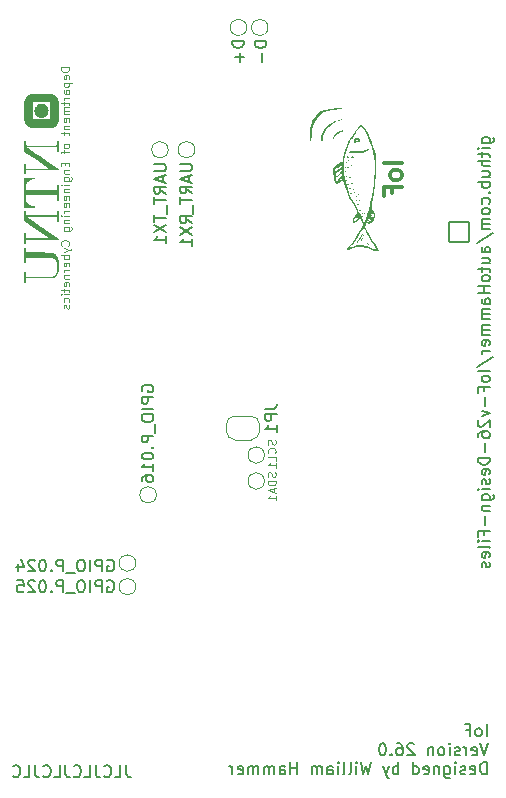
<source format=gbo>
G04 #@! TF.GenerationSoftware,KiCad,Pcbnew,9.0.7*
G04 #@! TF.CreationDate,2026-02-19T12:47:42+01:00*
G04 #@! TF.ProjectId,FishIoT,46697368-496f-4542-9e6b-696361645f70,version 26.0*
G04 #@! TF.SameCoordinates,Original*
G04 #@! TF.FileFunction,Legend,Bot*
G04 #@! TF.FilePolarity,Positive*
%FSLAX46Y46*%
G04 Gerber Fmt 4.6, Leading zero omitted, Abs format (unit mm)*
G04 Created by KiCad (PCBNEW 9.0.7) date 2026-02-19 12:47:42*
%MOMM*%
%LPD*%
G01*
G04 APERTURE LIST*
G04 Aperture macros list*
%AMRoundRect*
0 Rectangle with rounded corners*
0 $1 Rounding radius*
0 $2 $3 $4 $5 $6 $7 $8 $9 X,Y pos of 4 corners*
0 Add a 4 corners polygon primitive as box body*
4,1,4,$2,$3,$4,$5,$6,$7,$8,$9,$2,$3,0*
0 Add four circle primitives for the rounded corners*
1,1,$1+$1,$2,$3*
1,1,$1+$1,$4,$5*
1,1,$1+$1,$6,$7*
1,1,$1+$1,$8,$9*
0 Add four rect primitives between the rounded corners*
20,1,$1+$1,$2,$3,$4,$5,0*
20,1,$1+$1,$4,$5,$6,$7,0*
20,1,$1+$1,$6,$7,$8,$9,0*
20,1,$1+$1,$8,$9,$2,$3,0*%
%AMFreePoly0*
4,1,23,0.500000,-0.750000,0.000000,-0.750000,0.000000,-0.745722,-0.065263,-0.745722,-0.191342,-0.711940,-0.304381,-0.646677,-0.396677,-0.554381,-0.461940,-0.441342,-0.495722,-0.315263,-0.495722,-0.250000,-0.500000,-0.250000,-0.500000,0.250000,-0.495722,0.250000,-0.495722,0.315263,-0.461940,0.441342,-0.396677,0.554381,-0.304381,0.646677,-0.191342,0.711940,-0.065263,0.745722,0.000000,0.745722,
0.000000,0.750000,0.500000,0.750000,0.500000,-0.750000,0.500000,-0.750000,$1*%
%AMFreePoly1*
4,1,23,0.000000,0.745722,0.065263,0.745722,0.191342,0.711940,0.304381,0.646677,0.396677,0.554381,0.461940,0.441342,0.495722,0.315263,0.495722,0.250000,0.500000,0.250000,0.500000,-0.250000,0.495722,-0.250000,0.495722,-0.315263,0.461940,-0.441342,0.396677,-0.554381,0.304381,-0.646677,0.191342,-0.711940,0.065263,-0.745722,0.000000,-0.745722,0.000000,-0.750000,-0.500000,-0.750000,
-0.500000,0.750000,0.000000,0.750000,0.000000,0.745722,0.000000,0.745722,$1*%
G04 Aperture macros list end*
%ADD10C,0.150000*%
%ADD11C,0.300000*%
%ADD12C,0.120000*%
%ADD13C,0.000000*%
%ADD14R,1.700000X1.700000*%
%ADD15C,1.700000*%
%ADD16C,0.800000*%
%ADD17C,6.000000*%
%ADD18C,0.650000*%
%ADD19O,1.204000X2.304000*%
%ADD20O,1.204000X2.004000*%
%ADD21RoundRect,0.076200X0.877500X-0.877500X0.877500X0.877500X-0.877500X0.877500X-0.877500X-0.877500X0*%
%ADD22C,1.907400*%
%ADD23C,1.000000*%
%ADD24FreePoly0,0.000000*%
%ADD25FreePoly1,0.000000*%
%ADD26C,0.600000*%
G04 APERTURE END LIST*
D10*
X133413220Y-94899931D02*
X133413220Y-93899931D01*
X132794173Y-94899931D02*
X132889411Y-94852312D01*
X132889411Y-94852312D02*
X132937030Y-94804692D01*
X132937030Y-94804692D02*
X132984649Y-94709454D01*
X132984649Y-94709454D02*
X132984649Y-94423740D01*
X132984649Y-94423740D02*
X132937030Y-94328502D01*
X132937030Y-94328502D02*
X132889411Y-94280883D01*
X132889411Y-94280883D02*
X132794173Y-94233264D01*
X132794173Y-94233264D02*
X132651316Y-94233264D01*
X132651316Y-94233264D02*
X132556078Y-94280883D01*
X132556078Y-94280883D02*
X132508459Y-94328502D01*
X132508459Y-94328502D02*
X132460840Y-94423740D01*
X132460840Y-94423740D02*
X132460840Y-94709454D01*
X132460840Y-94709454D02*
X132508459Y-94804692D01*
X132508459Y-94804692D02*
X132556078Y-94852312D01*
X132556078Y-94852312D02*
X132651316Y-94899931D01*
X132651316Y-94899931D02*
X132794173Y-94899931D01*
X131698935Y-94376121D02*
X132032268Y-94376121D01*
X132032268Y-94899931D02*
X132032268Y-93899931D01*
X132032268Y-93899931D02*
X131556078Y-93899931D01*
X133556077Y-95509875D02*
X133222744Y-96509875D01*
X133222744Y-96509875D02*
X132889411Y-95509875D01*
X132175125Y-96462256D02*
X132270363Y-96509875D01*
X132270363Y-96509875D02*
X132460839Y-96509875D01*
X132460839Y-96509875D02*
X132556077Y-96462256D01*
X132556077Y-96462256D02*
X132603696Y-96367017D01*
X132603696Y-96367017D02*
X132603696Y-95986065D01*
X132603696Y-95986065D02*
X132556077Y-95890827D01*
X132556077Y-95890827D02*
X132460839Y-95843208D01*
X132460839Y-95843208D02*
X132270363Y-95843208D01*
X132270363Y-95843208D02*
X132175125Y-95890827D01*
X132175125Y-95890827D02*
X132127506Y-95986065D01*
X132127506Y-95986065D02*
X132127506Y-96081303D01*
X132127506Y-96081303D02*
X132603696Y-96176541D01*
X131698934Y-96509875D02*
X131698934Y-95843208D01*
X131698934Y-96033684D02*
X131651315Y-95938446D01*
X131651315Y-95938446D02*
X131603696Y-95890827D01*
X131603696Y-95890827D02*
X131508458Y-95843208D01*
X131508458Y-95843208D02*
X131413220Y-95843208D01*
X131127505Y-96462256D02*
X131032267Y-96509875D01*
X131032267Y-96509875D02*
X130841791Y-96509875D01*
X130841791Y-96509875D02*
X130746553Y-96462256D01*
X130746553Y-96462256D02*
X130698934Y-96367017D01*
X130698934Y-96367017D02*
X130698934Y-96319398D01*
X130698934Y-96319398D02*
X130746553Y-96224160D01*
X130746553Y-96224160D02*
X130841791Y-96176541D01*
X130841791Y-96176541D02*
X130984648Y-96176541D01*
X130984648Y-96176541D02*
X131079886Y-96128922D01*
X131079886Y-96128922D02*
X131127505Y-96033684D01*
X131127505Y-96033684D02*
X131127505Y-95986065D01*
X131127505Y-95986065D02*
X131079886Y-95890827D01*
X131079886Y-95890827D02*
X130984648Y-95843208D01*
X130984648Y-95843208D02*
X130841791Y-95843208D01*
X130841791Y-95843208D02*
X130746553Y-95890827D01*
X130270362Y-96509875D02*
X130270362Y-95843208D01*
X130270362Y-95509875D02*
X130317981Y-95557494D01*
X130317981Y-95557494D02*
X130270362Y-95605113D01*
X130270362Y-95605113D02*
X130222743Y-95557494D01*
X130222743Y-95557494D02*
X130270362Y-95509875D01*
X130270362Y-95509875D02*
X130270362Y-95605113D01*
X129651315Y-96509875D02*
X129746553Y-96462256D01*
X129746553Y-96462256D02*
X129794172Y-96414636D01*
X129794172Y-96414636D02*
X129841791Y-96319398D01*
X129841791Y-96319398D02*
X129841791Y-96033684D01*
X129841791Y-96033684D02*
X129794172Y-95938446D01*
X129794172Y-95938446D02*
X129746553Y-95890827D01*
X129746553Y-95890827D02*
X129651315Y-95843208D01*
X129651315Y-95843208D02*
X129508458Y-95843208D01*
X129508458Y-95843208D02*
X129413220Y-95890827D01*
X129413220Y-95890827D02*
X129365601Y-95938446D01*
X129365601Y-95938446D02*
X129317982Y-96033684D01*
X129317982Y-96033684D02*
X129317982Y-96319398D01*
X129317982Y-96319398D02*
X129365601Y-96414636D01*
X129365601Y-96414636D02*
X129413220Y-96462256D01*
X129413220Y-96462256D02*
X129508458Y-96509875D01*
X129508458Y-96509875D02*
X129651315Y-96509875D01*
X128889410Y-95843208D02*
X128889410Y-96509875D01*
X128889410Y-95938446D02*
X128841791Y-95890827D01*
X128841791Y-95890827D02*
X128746553Y-95843208D01*
X128746553Y-95843208D02*
X128603696Y-95843208D01*
X128603696Y-95843208D02*
X128508458Y-95890827D01*
X128508458Y-95890827D02*
X128460839Y-95986065D01*
X128460839Y-95986065D02*
X128460839Y-96509875D01*
X127270362Y-95605113D02*
X127222743Y-95557494D01*
X127222743Y-95557494D02*
X127127505Y-95509875D01*
X127127505Y-95509875D02*
X126889410Y-95509875D01*
X126889410Y-95509875D02*
X126794172Y-95557494D01*
X126794172Y-95557494D02*
X126746553Y-95605113D01*
X126746553Y-95605113D02*
X126698934Y-95700351D01*
X126698934Y-95700351D02*
X126698934Y-95795589D01*
X126698934Y-95795589D02*
X126746553Y-95938446D01*
X126746553Y-95938446D02*
X127317981Y-96509875D01*
X127317981Y-96509875D02*
X126698934Y-96509875D01*
X125841791Y-95509875D02*
X126032267Y-95509875D01*
X126032267Y-95509875D02*
X126127505Y-95557494D01*
X126127505Y-95557494D02*
X126175124Y-95605113D01*
X126175124Y-95605113D02*
X126270362Y-95747970D01*
X126270362Y-95747970D02*
X126317981Y-95938446D01*
X126317981Y-95938446D02*
X126317981Y-96319398D01*
X126317981Y-96319398D02*
X126270362Y-96414636D01*
X126270362Y-96414636D02*
X126222743Y-96462256D01*
X126222743Y-96462256D02*
X126127505Y-96509875D01*
X126127505Y-96509875D02*
X125937029Y-96509875D01*
X125937029Y-96509875D02*
X125841791Y-96462256D01*
X125841791Y-96462256D02*
X125794172Y-96414636D01*
X125794172Y-96414636D02*
X125746553Y-96319398D01*
X125746553Y-96319398D02*
X125746553Y-96081303D01*
X125746553Y-96081303D02*
X125794172Y-95986065D01*
X125794172Y-95986065D02*
X125841791Y-95938446D01*
X125841791Y-95938446D02*
X125937029Y-95890827D01*
X125937029Y-95890827D02*
X126127505Y-95890827D01*
X126127505Y-95890827D02*
X126222743Y-95938446D01*
X126222743Y-95938446D02*
X126270362Y-95986065D01*
X126270362Y-95986065D02*
X126317981Y-96081303D01*
X125317981Y-96414636D02*
X125270362Y-96462256D01*
X125270362Y-96462256D02*
X125317981Y-96509875D01*
X125317981Y-96509875D02*
X125365600Y-96462256D01*
X125365600Y-96462256D02*
X125317981Y-96414636D01*
X125317981Y-96414636D02*
X125317981Y-96509875D01*
X124651315Y-95509875D02*
X124556077Y-95509875D01*
X124556077Y-95509875D02*
X124460839Y-95557494D01*
X124460839Y-95557494D02*
X124413220Y-95605113D01*
X124413220Y-95605113D02*
X124365601Y-95700351D01*
X124365601Y-95700351D02*
X124317982Y-95890827D01*
X124317982Y-95890827D02*
X124317982Y-96128922D01*
X124317982Y-96128922D02*
X124365601Y-96319398D01*
X124365601Y-96319398D02*
X124413220Y-96414636D01*
X124413220Y-96414636D02*
X124460839Y-96462256D01*
X124460839Y-96462256D02*
X124556077Y-96509875D01*
X124556077Y-96509875D02*
X124651315Y-96509875D01*
X124651315Y-96509875D02*
X124746553Y-96462256D01*
X124746553Y-96462256D02*
X124794172Y-96414636D01*
X124794172Y-96414636D02*
X124841791Y-96319398D01*
X124841791Y-96319398D02*
X124889410Y-96128922D01*
X124889410Y-96128922D02*
X124889410Y-95890827D01*
X124889410Y-95890827D02*
X124841791Y-95700351D01*
X124841791Y-95700351D02*
X124794172Y-95605113D01*
X124794172Y-95605113D02*
X124746553Y-95557494D01*
X124746553Y-95557494D02*
X124651315Y-95509875D01*
X133413220Y-98119819D02*
X133413220Y-97119819D01*
X133413220Y-97119819D02*
X133175125Y-97119819D01*
X133175125Y-97119819D02*
X133032268Y-97167438D01*
X133032268Y-97167438D02*
X132937030Y-97262676D01*
X132937030Y-97262676D02*
X132889411Y-97357914D01*
X132889411Y-97357914D02*
X132841792Y-97548390D01*
X132841792Y-97548390D02*
X132841792Y-97691247D01*
X132841792Y-97691247D02*
X132889411Y-97881723D01*
X132889411Y-97881723D02*
X132937030Y-97976961D01*
X132937030Y-97976961D02*
X133032268Y-98072200D01*
X133032268Y-98072200D02*
X133175125Y-98119819D01*
X133175125Y-98119819D02*
X133413220Y-98119819D01*
X132032268Y-98072200D02*
X132127506Y-98119819D01*
X132127506Y-98119819D02*
X132317982Y-98119819D01*
X132317982Y-98119819D02*
X132413220Y-98072200D01*
X132413220Y-98072200D02*
X132460839Y-97976961D01*
X132460839Y-97976961D02*
X132460839Y-97596009D01*
X132460839Y-97596009D02*
X132413220Y-97500771D01*
X132413220Y-97500771D02*
X132317982Y-97453152D01*
X132317982Y-97453152D02*
X132127506Y-97453152D01*
X132127506Y-97453152D02*
X132032268Y-97500771D01*
X132032268Y-97500771D02*
X131984649Y-97596009D01*
X131984649Y-97596009D02*
X131984649Y-97691247D01*
X131984649Y-97691247D02*
X132460839Y-97786485D01*
X131603696Y-98072200D02*
X131508458Y-98119819D01*
X131508458Y-98119819D02*
X131317982Y-98119819D01*
X131317982Y-98119819D02*
X131222744Y-98072200D01*
X131222744Y-98072200D02*
X131175125Y-97976961D01*
X131175125Y-97976961D02*
X131175125Y-97929342D01*
X131175125Y-97929342D02*
X131222744Y-97834104D01*
X131222744Y-97834104D02*
X131317982Y-97786485D01*
X131317982Y-97786485D02*
X131460839Y-97786485D01*
X131460839Y-97786485D02*
X131556077Y-97738866D01*
X131556077Y-97738866D02*
X131603696Y-97643628D01*
X131603696Y-97643628D02*
X131603696Y-97596009D01*
X131603696Y-97596009D02*
X131556077Y-97500771D01*
X131556077Y-97500771D02*
X131460839Y-97453152D01*
X131460839Y-97453152D02*
X131317982Y-97453152D01*
X131317982Y-97453152D02*
X131222744Y-97500771D01*
X130746553Y-98119819D02*
X130746553Y-97453152D01*
X130746553Y-97119819D02*
X130794172Y-97167438D01*
X130794172Y-97167438D02*
X130746553Y-97215057D01*
X130746553Y-97215057D02*
X130698934Y-97167438D01*
X130698934Y-97167438D02*
X130746553Y-97119819D01*
X130746553Y-97119819D02*
X130746553Y-97215057D01*
X129841792Y-97453152D02*
X129841792Y-98262676D01*
X129841792Y-98262676D02*
X129889411Y-98357914D01*
X129889411Y-98357914D02*
X129937030Y-98405533D01*
X129937030Y-98405533D02*
X130032268Y-98453152D01*
X130032268Y-98453152D02*
X130175125Y-98453152D01*
X130175125Y-98453152D02*
X130270363Y-98405533D01*
X129841792Y-98072200D02*
X129937030Y-98119819D01*
X129937030Y-98119819D02*
X130127506Y-98119819D01*
X130127506Y-98119819D02*
X130222744Y-98072200D01*
X130222744Y-98072200D02*
X130270363Y-98024580D01*
X130270363Y-98024580D02*
X130317982Y-97929342D01*
X130317982Y-97929342D02*
X130317982Y-97643628D01*
X130317982Y-97643628D02*
X130270363Y-97548390D01*
X130270363Y-97548390D02*
X130222744Y-97500771D01*
X130222744Y-97500771D02*
X130127506Y-97453152D01*
X130127506Y-97453152D02*
X129937030Y-97453152D01*
X129937030Y-97453152D02*
X129841792Y-97500771D01*
X129365601Y-97453152D02*
X129365601Y-98119819D01*
X129365601Y-97548390D02*
X129317982Y-97500771D01*
X129317982Y-97500771D02*
X129222744Y-97453152D01*
X129222744Y-97453152D02*
X129079887Y-97453152D01*
X129079887Y-97453152D02*
X128984649Y-97500771D01*
X128984649Y-97500771D02*
X128937030Y-97596009D01*
X128937030Y-97596009D02*
X128937030Y-98119819D01*
X128079887Y-98072200D02*
X128175125Y-98119819D01*
X128175125Y-98119819D02*
X128365601Y-98119819D01*
X128365601Y-98119819D02*
X128460839Y-98072200D01*
X128460839Y-98072200D02*
X128508458Y-97976961D01*
X128508458Y-97976961D02*
X128508458Y-97596009D01*
X128508458Y-97596009D02*
X128460839Y-97500771D01*
X128460839Y-97500771D02*
X128365601Y-97453152D01*
X128365601Y-97453152D02*
X128175125Y-97453152D01*
X128175125Y-97453152D02*
X128079887Y-97500771D01*
X128079887Y-97500771D02*
X128032268Y-97596009D01*
X128032268Y-97596009D02*
X128032268Y-97691247D01*
X128032268Y-97691247D02*
X128508458Y-97786485D01*
X127175125Y-98119819D02*
X127175125Y-97119819D01*
X127175125Y-98072200D02*
X127270363Y-98119819D01*
X127270363Y-98119819D02*
X127460839Y-98119819D01*
X127460839Y-98119819D02*
X127556077Y-98072200D01*
X127556077Y-98072200D02*
X127603696Y-98024580D01*
X127603696Y-98024580D02*
X127651315Y-97929342D01*
X127651315Y-97929342D02*
X127651315Y-97643628D01*
X127651315Y-97643628D02*
X127603696Y-97548390D01*
X127603696Y-97548390D02*
X127556077Y-97500771D01*
X127556077Y-97500771D02*
X127460839Y-97453152D01*
X127460839Y-97453152D02*
X127270363Y-97453152D01*
X127270363Y-97453152D02*
X127175125Y-97500771D01*
X125937029Y-98119819D02*
X125937029Y-97119819D01*
X125937029Y-97500771D02*
X125841791Y-97453152D01*
X125841791Y-97453152D02*
X125651315Y-97453152D01*
X125651315Y-97453152D02*
X125556077Y-97500771D01*
X125556077Y-97500771D02*
X125508458Y-97548390D01*
X125508458Y-97548390D02*
X125460839Y-97643628D01*
X125460839Y-97643628D02*
X125460839Y-97929342D01*
X125460839Y-97929342D02*
X125508458Y-98024580D01*
X125508458Y-98024580D02*
X125556077Y-98072200D01*
X125556077Y-98072200D02*
X125651315Y-98119819D01*
X125651315Y-98119819D02*
X125841791Y-98119819D01*
X125841791Y-98119819D02*
X125937029Y-98072200D01*
X125127505Y-97453152D02*
X124889410Y-98119819D01*
X124651315Y-97453152D02*
X124889410Y-98119819D01*
X124889410Y-98119819D02*
X124984648Y-98357914D01*
X124984648Y-98357914D02*
X125032267Y-98405533D01*
X125032267Y-98405533D02*
X125127505Y-98453152D01*
X123603695Y-97119819D02*
X123365600Y-98119819D01*
X123365600Y-98119819D02*
X123175124Y-97405533D01*
X123175124Y-97405533D02*
X122984648Y-98119819D01*
X122984648Y-98119819D02*
X122746553Y-97119819D01*
X122365600Y-98119819D02*
X122365600Y-97453152D01*
X122365600Y-97119819D02*
X122413219Y-97167438D01*
X122413219Y-97167438D02*
X122365600Y-97215057D01*
X122365600Y-97215057D02*
X122317981Y-97167438D01*
X122317981Y-97167438D02*
X122365600Y-97119819D01*
X122365600Y-97119819D02*
X122365600Y-97215057D01*
X121746553Y-98119819D02*
X121841791Y-98072200D01*
X121841791Y-98072200D02*
X121889410Y-97976961D01*
X121889410Y-97976961D02*
X121889410Y-97119819D01*
X121222743Y-98119819D02*
X121317981Y-98072200D01*
X121317981Y-98072200D02*
X121365600Y-97976961D01*
X121365600Y-97976961D02*
X121365600Y-97119819D01*
X120841790Y-98119819D02*
X120841790Y-97453152D01*
X120841790Y-97119819D02*
X120889409Y-97167438D01*
X120889409Y-97167438D02*
X120841790Y-97215057D01*
X120841790Y-97215057D02*
X120794171Y-97167438D01*
X120794171Y-97167438D02*
X120841790Y-97119819D01*
X120841790Y-97119819D02*
X120841790Y-97215057D01*
X119937029Y-98119819D02*
X119937029Y-97596009D01*
X119937029Y-97596009D02*
X119984648Y-97500771D01*
X119984648Y-97500771D02*
X120079886Y-97453152D01*
X120079886Y-97453152D02*
X120270362Y-97453152D01*
X120270362Y-97453152D02*
X120365600Y-97500771D01*
X119937029Y-98072200D02*
X120032267Y-98119819D01*
X120032267Y-98119819D02*
X120270362Y-98119819D01*
X120270362Y-98119819D02*
X120365600Y-98072200D01*
X120365600Y-98072200D02*
X120413219Y-97976961D01*
X120413219Y-97976961D02*
X120413219Y-97881723D01*
X120413219Y-97881723D02*
X120365600Y-97786485D01*
X120365600Y-97786485D02*
X120270362Y-97738866D01*
X120270362Y-97738866D02*
X120032267Y-97738866D01*
X120032267Y-97738866D02*
X119937029Y-97691247D01*
X119460838Y-98119819D02*
X119460838Y-97453152D01*
X119460838Y-97548390D02*
X119413219Y-97500771D01*
X119413219Y-97500771D02*
X119317981Y-97453152D01*
X119317981Y-97453152D02*
X119175124Y-97453152D01*
X119175124Y-97453152D02*
X119079886Y-97500771D01*
X119079886Y-97500771D02*
X119032267Y-97596009D01*
X119032267Y-97596009D02*
X119032267Y-98119819D01*
X119032267Y-97596009D02*
X118984648Y-97500771D01*
X118984648Y-97500771D02*
X118889410Y-97453152D01*
X118889410Y-97453152D02*
X118746553Y-97453152D01*
X118746553Y-97453152D02*
X118651314Y-97500771D01*
X118651314Y-97500771D02*
X118603695Y-97596009D01*
X118603695Y-97596009D02*
X118603695Y-98119819D01*
X117365600Y-98119819D02*
X117365600Y-97119819D01*
X117365600Y-97596009D02*
X116794172Y-97596009D01*
X116794172Y-98119819D02*
X116794172Y-97119819D01*
X115889410Y-98119819D02*
X115889410Y-97596009D01*
X115889410Y-97596009D02*
X115937029Y-97500771D01*
X115937029Y-97500771D02*
X116032267Y-97453152D01*
X116032267Y-97453152D02*
X116222743Y-97453152D01*
X116222743Y-97453152D02*
X116317981Y-97500771D01*
X115889410Y-98072200D02*
X115984648Y-98119819D01*
X115984648Y-98119819D02*
X116222743Y-98119819D01*
X116222743Y-98119819D02*
X116317981Y-98072200D01*
X116317981Y-98072200D02*
X116365600Y-97976961D01*
X116365600Y-97976961D02*
X116365600Y-97881723D01*
X116365600Y-97881723D02*
X116317981Y-97786485D01*
X116317981Y-97786485D02*
X116222743Y-97738866D01*
X116222743Y-97738866D02*
X115984648Y-97738866D01*
X115984648Y-97738866D02*
X115889410Y-97691247D01*
X115413219Y-98119819D02*
X115413219Y-97453152D01*
X115413219Y-97548390D02*
X115365600Y-97500771D01*
X115365600Y-97500771D02*
X115270362Y-97453152D01*
X115270362Y-97453152D02*
X115127505Y-97453152D01*
X115127505Y-97453152D02*
X115032267Y-97500771D01*
X115032267Y-97500771D02*
X114984648Y-97596009D01*
X114984648Y-97596009D02*
X114984648Y-98119819D01*
X114984648Y-97596009D02*
X114937029Y-97500771D01*
X114937029Y-97500771D02*
X114841791Y-97453152D01*
X114841791Y-97453152D02*
X114698934Y-97453152D01*
X114698934Y-97453152D02*
X114603695Y-97500771D01*
X114603695Y-97500771D02*
X114556076Y-97596009D01*
X114556076Y-97596009D02*
X114556076Y-98119819D01*
X114079886Y-98119819D02*
X114079886Y-97453152D01*
X114079886Y-97548390D02*
X114032267Y-97500771D01*
X114032267Y-97500771D02*
X113937029Y-97453152D01*
X113937029Y-97453152D02*
X113794172Y-97453152D01*
X113794172Y-97453152D02*
X113698934Y-97500771D01*
X113698934Y-97500771D02*
X113651315Y-97596009D01*
X113651315Y-97596009D02*
X113651315Y-98119819D01*
X113651315Y-97596009D02*
X113603696Y-97500771D01*
X113603696Y-97500771D02*
X113508458Y-97453152D01*
X113508458Y-97453152D02*
X113365601Y-97453152D01*
X113365601Y-97453152D02*
X113270362Y-97500771D01*
X113270362Y-97500771D02*
X113222743Y-97596009D01*
X113222743Y-97596009D02*
X113222743Y-98119819D01*
X112365601Y-98072200D02*
X112460839Y-98119819D01*
X112460839Y-98119819D02*
X112651315Y-98119819D01*
X112651315Y-98119819D02*
X112746553Y-98072200D01*
X112746553Y-98072200D02*
X112794172Y-97976961D01*
X112794172Y-97976961D02*
X112794172Y-97596009D01*
X112794172Y-97596009D02*
X112746553Y-97500771D01*
X112746553Y-97500771D02*
X112651315Y-97453152D01*
X112651315Y-97453152D02*
X112460839Y-97453152D01*
X112460839Y-97453152D02*
X112365601Y-97500771D01*
X112365601Y-97500771D02*
X112317982Y-97596009D01*
X112317982Y-97596009D02*
X112317982Y-97691247D01*
X112317982Y-97691247D02*
X112794172Y-97786485D01*
X111889410Y-98119819D02*
X111889410Y-97453152D01*
X111889410Y-97643628D02*
X111841791Y-97548390D01*
X111841791Y-97548390D02*
X111794172Y-97500771D01*
X111794172Y-97500771D02*
X111698934Y-97453152D01*
X111698934Y-97453152D02*
X111603696Y-97453152D01*
X112869819Y-36036779D02*
X111869819Y-36036779D01*
X111869819Y-36036779D02*
X111869819Y-36274874D01*
X111869819Y-36274874D02*
X111917438Y-36417731D01*
X111917438Y-36417731D02*
X112012676Y-36512969D01*
X112012676Y-36512969D02*
X112107914Y-36560588D01*
X112107914Y-36560588D02*
X112298390Y-36608207D01*
X112298390Y-36608207D02*
X112441247Y-36608207D01*
X112441247Y-36608207D02*
X112631723Y-36560588D01*
X112631723Y-36560588D02*
X112726961Y-36512969D01*
X112726961Y-36512969D02*
X112822200Y-36417731D01*
X112822200Y-36417731D02*
X112869819Y-36274874D01*
X112869819Y-36274874D02*
X112869819Y-36036779D01*
X112488866Y-37036779D02*
X112488866Y-37798684D01*
X112869819Y-37417731D02*
X112107914Y-37417731D01*
D11*
X126220428Y-46344117D02*
X124720428Y-46344117D01*
X126220428Y-47272689D02*
X126149000Y-47129832D01*
X126149000Y-47129832D02*
X126077571Y-47058403D01*
X126077571Y-47058403D02*
X125934714Y-46986975D01*
X125934714Y-46986975D02*
X125506142Y-46986975D01*
X125506142Y-46986975D02*
X125363285Y-47058403D01*
X125363285Y-47058403D02*
X125291857Y-47129832D01*
X125291857Y-47129832D02*
X125220428Y-47272689D01*
X125220428Y-47272689D02*
X125220428Y-47486975D01*
X125220428Y-47486975D02*
X125291857Y-47629832D01*
X125291857Y-47629832D02*
X125363285Y-47701261D01*
X125363285Y-47701261D02*
X125506142Y-47772689D01*
X125506142Y-47772689D02*
X125934714Y-47772689D01*
X125934714Y-47772689D02*
X126077571Y-47701261D01*
X126077571Y-47701261D02*
X126149000Y-47629832D01*
X126149000Y-47629832D02*
X126220428Y-47486975D01*
X126220428Y-47486975D02*
X126220428Y-47272689D01*
X125434714Y-48915546D02*
X125434714Y-48415546D01*
X126220428Y-48415546D02*
X124720428Y-48415546D01*
X124720428Y-48415546D02*
X124720428Y-49129832D01*
D10*
X102877506Y-97369819D02*
X102877506Y-98084104D01*
X102877506Y-98084104D02*
X102925125Y-98226961D01*
X102925125Y-98226961D02*
X103020363Y-98322200D01*
X103020363Y-98322200D02*
X103163220Y-98369819D01*
X103163220Y-98369819D02*
X103258458Y-98369819D01*
X101925125Y-98369819D02*
X102401315Y-98369819D01*
X102401315Y-98369819D02*
X102401315Y-97369819D01*
X101020363Y-98274580D02*
X101067982Y-98322200D01*
X101067982Y-98322200D02*
X101210839Y-98369819D01*
X101210839Y-98369819D02*
X101306077Y-98369819D01*
X101306077Y-98369819D02*
X101448934Y-98322200D01*
X101448934Y-98322200D02*
X101544172Y-98226961D01*
X101544172Y-98226961D02*
X101591791Y-98131723D01*
X101591791Y-98131723D02*
X101639410Y-97941247D01*
X101639410Y-97941247D02*
X101639410Y-97798390D01*
X101639410Y-97798390D02*
X101591791Y-97607914D01*
X101591791Y-97607914D02*
X101544172Y-97512676D01*
X101544172Y-97512676D02*
X101448934Y-97417438D01*
X101448934Y-97417438D02*
X101306077Y-97369819D01*
X101306077Y-97369819D02*
X101210839Y-97369819D01*
X101210839Y-97369819D02*
X101067982Y-97417438D01*
X101067982Y-97417438D02*
X101020363Y-97465057D01*
X100306077Y-97369819D02*
X100306077Y-98084104D01*
X100306077Y-98084104D02*
X100353696Y-98226961D01*
X100353696Y-98226961D02*
X100448934Y-98322200D01*
X100448934Y-98322200D02*
X100591791Y-98369819D01*
X100591791Y-98369819D02*
X100687029Y-98369819D01*
X99353696Y-98369819D02*
X99829886Y-98369819D01*
X99829886Y-98369819D02*
X99829886Y-97369819D01*
X98448934Y-98274580D02*
X98496553Y-98322200D01*
X98496553Y-98322200D02*
X98639410Y-98369819D01*
X98639410Y-98369819D02*
X98734648Y-98369819D01*
X98734648Y-98369819D02*
X98877505Y-98322200D01*
X98877505Y-98322200D02*
X98972743Y-98226961D01*
X98972743Y-98226961D02*
X99020362Y-98131723D01*
X99020362Y-98131723D02*
X99067981Y-97941247D01*
X99067981Y-97941247D02*
X99067981Y-97798390D01*
X99067981Y-97798390D02*
X99020362Y-97607914D01*
X99020362Y-97607914D02*
X98972743Y-97512676D01*
X98972743Y-97512676D02*
X98877505Y-97417438D01*
X98877505Y-97417438D02*
X98734648Y-97369819D01*
X98734648Y-97369819D02*
X98639410Y-97369819D01*
X98639410Y-97369819D02*
X98496553Y-97417438D01*
X98496553Y-97417438D02*
X98448934Y-97465057D01*
X97734648Y-97369819D02*
X97734648Y-98084104D01*
X97734648Y-98084104D02*
X97782267Y-98226961D01*
X97782267Y-98226961D02*
X97877505Y-98322200D01*
X97877505Y-98322200D02*
X98020362Y-98369819D01*
X98020362Y-98369819D02*
X98115600Y-98369819D01*
X96782267Y-98369819D02*
X97258457Y-98369819D01*
X97258457Y-98369819D02*
X97258457Y-97369819D01*
X95877505Y-98274580D02*
X95925124Y-98322200D01*
X95925124Y-98322200D02*
X96067981Y-98369819D01*
X96067981Y-98369819D02*
X96163219Y-98369819D01*
X96163219Y-98369819D02*
X96306076Y-98322200D01*
X96306076Y-98322200D02*
X96401314Y-98226961D01*
X96401314Y-98226961D02*
X96448933Y-98131723D01*
X96448933Y-98131723D02*
X96496552Y-97941247D01*
X96496552Y-97941247D02*
X96496552Y-97798390D01*
X96496552Y-97798390D02*
X96448933Y-97607914D01*
X96448933Y-97607914D02*
X96401314Y-97512676D01*
X96401314Y-97512676D02*
X96306076Y-97417438D01*
X96306076Y-97417438D02*
X96163219Y-97369819D01*
X96163219Y-97369819D02*
X96067981Y-97369819D01*
X96067981Y-97369819D02*
X95925124Y-97417438D01*
X95925124Y-97417438D02*
X95877505Y-97465057D01*
X95163219Y-97369819D02*
X95163219Y-98084104D01*
X95163219Y-98084104D02*
X95210838Y-98226961D01*
X95210838Y-98226961D02*
X95306076Y-98322200D01*
X95306076Y-98322200D02*
X95448933Y-98369819D01*
X95448933Y-98369819D02*
X95544171Y-98369819D01*
X94210838Y-98369819D02*
X94687028Y-98369819D01*
X94687028Y-98369819D02*
X94687028Y-97369819D01*
X93306076Y-98274580D02*
X93353695Y-98322200D01*
X93353695Y-98322200D02*
X93496552Y-98369819D01*
X93496552Y-98369819D02*
X93591790Y-98369819D01*
X93591790Y-98369819D02*
X93734647Y-98322200D01*
X93734647Y-98322200D02*
X93829885Y-98226961D01*
X93829885Y-98226961D02*
X93877504Y-98131723D01*
X93877504Y-98131723D02*
X93925123Y-97941247D01*
X93925123Y-97941247D02*
X93925123Y-97798390D01*
X93925123Y-97798390D02*
X93877504Y-97607914D01*
X93877504Y-97607914D02*
X93829885Y-97512676D01*
X93829885Y-97512676D02*
X93734647Y-97417438D01*
X93734647Y-97417438D02*
X93591790Y-97369819D01*
X93591790Y-97369819D02*
X93496552Y-97369819D01*
X93496552Y-97369819D02*
X93353695Y-97417438D01*
X93353695Y-97417438D02*
X93306076Y-97465057D01*
X133003152Y-44665350D02*
X133812676Y-44665350D01*
X133812676Y-44665350D02*
X133907914Y-44617731D01*
X133907914Y-44617731D02*
X133955533Y-44570112D01*
X133955533Y-44570112D02*
X134003152Y-44474874D01*
X134003152Y-44474874D02*
X134003152Y-44332017D01*
X134003152Y-44332017D02*
X133955533Y-44236779D01*
X133622200Y-44665350D02*
X133669819Y-44570112D01*
X133669819Y-44570112D02*
X133669819Y-44379636D01*
X133669819Y-44379636D02*
X133622200Y-44284398D01*
X133622200Y-44284398D02*
X133574580Y-44236779D01*
X133574580Y-44236779D02*
X133479342Y-44189160D01*
X133479342Y-44189160D02*
X133193628Y-44189160D01*
X133193628Y-44189160D02*
X133098390Y-44236779D01*
X133098390Y-44236779D02*
X133050771Y-44284398D01*
X133050771Y-44284398D02*
X133003152Y-44379636D01*
X133003152Y-44379636D02*
X133003152Y-44570112D01*
X133003152Y-44570112D02*
X133050771Y-44665350D01*
X133669819Y-45141541D02*
X133003152Y-45141541D01*
X132669819Y-45141541D02*
X132717438Y-45093922D01*
X132717438Y-45093922D02*
X132765057Y-45141541D01*
X132765057Y-45141541D02*
X132717438Y-45189160D01*
X132717438Y-45189160D02*
X132669819Y-45141541D01*
X132669819Y-45141541D02*
X132765057Y-45141541D01*
X133003152Y-45474874D02*
X133003152Y-45855826D01*
X132669819Y-45617731D02*
X133526961Y-45617731D01*
X133526961Y-45617731D02*
X133622200Y-45665350D01*
X133622200Y-45665350D02*
X133669819Y-45760588D01*
X133669819Y-45760588D02*
X133669819Y-45855826D01*
X133669819Y-46189160D02*
X132669819Y-46189160D01*
X133669819Y-46617731D02*
X133146009Y-46617731D01*
X133146009Y-46617731D02*
X133050771Y-46570112D01*
X133050771Y-46570112D02*
X133003152Y-46474874D01*
X133003152Y-46474874D02*
X133003152Y-46332017D01*
X133003152Y-46332017D02*
X133050771Y-46236779D01*
X133050771Y-46236779D02*
X133098390Y-46189160D01*
X133003152Y-47522493D02*
X133669819Y-47522493D01*
X133003152Y-47093922D02*
X133526961Y-47093922D01*
X133526961Y-47093922D02*
X133622200Y-47141541D01*
X133622200Y-47141541D02*
X133669819Y-47236779D01*
X133669819Y-47236779D02*
X133669819Y-47379636D01*
X133669819Y-47379636D02*
X133622200Y-47474874D01*
X133622200Y-47474874D02*
X133574580Y-47522493D01*
X133669819Y-47998684D02*
X132669819Y-47998684D01*
X133050771Y-47998684D02*
X133003152Y-48093922D01*
X133003152Y-48093922D02*
X133003152Y-48284398D01*
X133003152Y-48284398D02*
X133050771Y-48379636D01*
X133050771Y-48379636D02*
X133098390Y-48427255D01*
X133098390Y-48427255D02*
X133193628Y-48474874D01*
X133193628Y-48474874D02*
X133479342Y-48474874D01*
X133479342Y-48474874D02*
X133574580Y-48427255D01*
X133574580Y-48427255D02*
X133622200Y-48379636D01*
X133622200Y-48379636D02*
X133669819Y-48284398D01*
X133669819Y-48284398D02*
X133669819Y-48093922D01*
X133669819Y-48093922D02*
X133622200Y-47998684D01*
X133574580Y-48903446D02*
X133622200Y-48951065D01*
X133622200Y-48951065D02*
X133669819Y-48903446D01*
X133669819Y-48903446D02*
X133622200Y-48855827D01*
X133622200Y-48855827D02*
X133574580Y-48903446D01*
X133574580Y-48903446D02*
X133669819Y-48903446D01*
X133622200Y-49808207D02*
X133669819Y-49712969D01*
X133669819Y-49712969D02*
X133669819Y-49522493D01*
X133669819Y-49522493D02*
X133622200Y-49427255D01*
X133622200Y-49427255D02*
X133574580Y-49379636D01*
X133574580Y-49379636D02*
X133479342Y-49332017D01*
X133479342Y-49332017D02*
X133193628Y-49332017D01*
X133193628Y-49332017D02*
X133098390Y-49379636D01*
X133098390Y-49379636D02*
X133050771Y-49427255D01*
X133050771Y-49427255D02*
X133003152Y-49522493D01*
X133003152Y-49522493D02*
X133003152Y-49712969D01*
X133003152Y-49712969D02*
X133050771Y-49808207D01*
X133669819Y-50379636D02*
X133622200Y-50284398D01*
X133622200Y-50284398D02*
X133574580Y-50236779D01*
X133574580Y-50236779D02*
X133479342Y-50189160D01*
X133479342Y-50189160D02*
X133193628Y-50189160D01*
X133193628Y-50189160D02*
X133098390Y-50236779D01*
X133098390Y-50236779D02*
X133050771Y-50284398D01*
X133050771Y-50284398D02*
X133003152Y-50379636D01*
X133003152Y-50379636D02*
X133003152Y-50522493D01*
X133003152Y-50522493D02*
X133050771Y-50617731D01*
X133050771Y-50617731D02*
X133098390Y-50665350D01*
X133098390Y-50665350D02*
X133193628Y-50712969D01*
X133193628Y-50712969D02*
X133479342Y-50712969D01*
X133479342Y-50712969D02*
X133574580Y-50665350D01*
X133574580Y-50665350D02*
X133622200Y-50617731D01*
X133622200Y-50617731D02*
X133669819Y-50522493D01*
X133669819Y-50522493D02*
X133669819Y-50379636D01*
X133669819Y-51141541D02*
X133003152Y-51141541D01*
X133098390Y-51141541D02*
X133050771Y-51189160D01*
X133050771Y-51189160D02*
X133003152Y-51284398D01*
X133003152Y-51284398D02*
X133003152Y-51427255D01*
X133003152Y-51427255D02*
X133050771Y-51522493D01*
X133050771Y-51522493D02*
X133146009Y-51570112D01*
X133146009Y-51570112D02*
X133669819Y-51570112D01*
X133146009Y-51570112D02*
X133050771Y-51617731D01*
X133050771Y-51617731D02*
X133003152Y-51712969D01*
X133003152Y-51712969D02*
X133003152Y-51855826D01*
X133003152Y-51855826D02*
X133050771Y-51951065D01*
X133050771Y-51951065D02*
X133146009Y-51998684D01*
X133146009Y-51998684D02*
X133669819Y-51998684D01*
X132622200Y-53189159D02*
X133907914Y-52332017D01*
X133669819Y-53951064D02*
X133146009Y-53951064D01*
X133146009Y-53951064D02*
X133050771Y-53903445D01*
X133050771Y-53903445D02*
X133003152Y-53808207D01*
X133003152Y-53808207D02*
X133003152Y-53617731D01*
X133003152Y-53617731D02*
X133050771Y-53522493D01*
X133622200Y-53951064D02*
X133669819Y-53855826D01*
X133669819Y-53855826D02*
X133669819Y-53617731D01*
X133669819Y-53617731D02*
X133622200Y-53522493D01*
X133622200Y-53522493D02*
X133526961Y-53474874D01*
X133526961Y-53474874D02*
X133431723Y-53474874D01*
X133431723Y-53474874D02*
X133336485Y-53522493D01*
X133336485Y-53522493D02*
X133288866Y-53617731D01*
X133288866Y-53617731D02*
X133288866Y-53855826D01*
X133288866Y-53855826D02*
X133241247Y-53951064D01*
X133003152Y-54855826D02*
X133669819Y-54855826D01*
X133003152Y-54427255D02*
X133526961Y-54427255D01*
X133526961Y-54427255D02*
X133622200Y-54474874D01*
X133622200Y-54474874D02*
X133669819Y-54570112D01*
X133669819Y-54570112D02*
X133669819Y-54712969D01*
X133669819Y-54712969D02*
X133622200Y-54808207D01*
X133622200Y-54808207D02*
X133574580Y-54855826D01*
X133003152Y-55189160D02*
X133003152Y-55570112D01*
X132669819Y-55332017D02*
X133526961Y-55332017D01*
X133526961Y-55332017D02*
X133622200Y-55379636D01*
X133622200Y-55379636D02*
X133669819Y-55474874D01*
X133669819Y-55474874D02*
X133669819Y-55570112D01*
X133669819Y-56046303D02*
X133622200Y-55951065D01*
X133622200Y-55951065D02*
X133574580Y-55903446D01*
X133574580Y-55903446D02*
X133479342Y-55855827D01*
X133479342Y-55855827D02*
X133193628Y-55855827D01*
X133193628Y-55855827D02*
X133098390Y-55903446D01*
X133098390Y-55903446D02*
X133050771Y-55951065D01*
X133050771Y-55951065D02*
X133003152Y-56046303D01*
X133003152Y-56046303D02*
X133003152Y-56189160D01*
X133003152Y-56189160D02*
X133050771Y-56284398D01*
X133050771Y-56284398D02*
X133098390Y-56332017D01*
X133098390Y-56332017D02*
X133193628Y-56379636D01*
X133193628Y-56379636D02*
X133479342Y-56379636D01*
X133479342Y-56379636D02*
X133574580Y-56332017D01*
X133574580Y-56332017D02*
X133622200Y-56284398D01*
X133622200Y-56284398D02*
X133669819Y-56189160D01*
X133669819Y-56189160D02*
X133669819Y-56046303D01*
X133669819Y-56808208D02*
X132669819Y-56808208D01*
X133146009Y-56808208D02*
X133146009Y-57379636D01*
X133669819Y-57379636D02*
X132669819Y-57379636D01*
X133669819Y-58284398D02*
X133146009Y-58284398D01*
X133146009Y-58284398D02*
X133050771Y-58236779D01*
X133050771Y-58236779D02*
X133003152Y-58141541D01*
X133003152Y-58141541D02*
X133003152Y-57951065D01*
X133003152Y-57951065D02*
X133050771Y-57855827D01*
X133622200Y-58284398D02*
X133669819Y-58189160D01*
X133669819Y-58189160D02*
X133669819Y-57951065D01*
X133669819Y-57951065D02*
X133622200Y-57855827D01*
X133622200Y-57855827D02*
X133526961Y-57808208D01*
X133526961Y-57808208D02*
X133431723Y-57808208D01*
X133431723Y-57808208D02*
X133336485Y-57855827D01*
X133336485Y-57855827D02*
X133288866Y-57951065D01*
X133288866Y-57951065D02*
X133288866Y-58189160D01*
X133288866Y-58189160D02*
X133241247Y-58284398D01*
X133669819Y-58760589D02*
X133003152Y-58760589D01*
X133098390Y-58760589D02*
X133050771Y-58808208D01*
X133050771Y-58808208D02*
X133003152Y-58903446D01*
X133003152Y-58903446D02*
X133003152Y-59046303D01*
X133003152Y-59046303D02*
X133050771Y-59141541D01*
X133050771Y-59141541D02*
X133146009Y-59189160D01*
X133146009Y-59189160D02*
X133669819Y-59189160D01*
X133146009Y-59189160D02*
X133050771Y-59236779D01*
X133050771Y-59236779D02*
X133003152Y-59332017D01*
X133003152Y-59332017D02*
X133003152Y-59474874D01*
X133003152Y-59474874D02*
X133050771Y-59570113D01*
X133050771Y-59570113D02*
X133146009Y-59617732D01*
X133146009Y-59617732D02*
X133669819Y-59617732D01*
X133669819Y-60093922D02*
X133003152Y-60093922D01*
X133098390Y-60093922D02*
X133050771Y-60141541D01*
X133050771Y-60141541D02*
X133003152Y-60236779D01*
X133003152Y-60236779D02*
X133003152Y-60379636D01*
X133003152Y-60379636D02*
X133050771Y-60474874D01*
X133050771Y-60474874D02*
X133146009Y-60522493D01*
X133146009Y-60522493D02*
X133669819Y-60522493D01*
X133146009Y-60522493D02*
X133050771Y-60570112D01*
X133050771Y-60570112D02*
X133003152Y-60665350D01*
X133003152Y-60665350D02*
X133003152Y-60808207D01*
X133003152Y-60808207D02*
X133050771Y-60903446D01*
X133050771Y-60903446D02*
X133146009Y-60951065D01*
X133146009Y-60951065D02*
X133669819Y-60951065D01*
X133622200Y-61808207D02*
X133669819Y-61712969D01*
X133669819Y-61712969D02*
X133669819Y-61522493D01*
X133669819Y-61522493D02*
X133622200Y-61427255D01*
X133622200Y-61427255D02*
X133526961Y-61379636D01*
X133526961Y-61379636D02*
X133146009Y-61379636D01*
X133146009Y-61379636D02*
X133050771Y-61427255D01*
X133050771Y-61427255D02*
X133003152Y-61522493D01*
X133003152Y-61522493D02*
X133003152Y-61712969D01*
X133003152Y-61712969D02*
X133050771Y-61808207D01*
X133050771Y-61808207D02*
X133146009Y-61855826D01*
X133146009Y-61855826D02*
X133241247Y-61855826D01*
X133241247Y-61855826D02*
X133336485Y-61379636D01*
X133669819Y-62284398D02*
X133003152Y-62284398D01*
X133193628Y-62284398D02*
X133098390Y-62332017D01*
X133098390Y-62332017D02*
X133050771Y-62379636D01*
X133050771Y-62379636D02*
X133003152Y-62474874D01*
X133003152Y-62474874D02*
X133003152Y-62570112D01*
X132622200Y-63617731D02*
X133907914Y-62760589D01*
X133669819Y-63951065D02*
X132669819Y-63951065D01*
X133669819Y-64570112D02*
X133622200Y-64474874D01*
X133622200Y-64474874D02*
X133574580Y-64427255D01*
X133574580Y-64427255D02*
X133479342Y-64379636D01*
X133479342Y-64379636D02*
X133193628Y-64379636D01*
X133193628Y-64379636D02*
X133098390Y-64427255D01*
X133098390Y-64427255D02*
X133050771Y-64474874D01*
X133050771Y-64474874D02*
X133003152Y-64570112D01*
X133003152Y-64570112D02*
X133003152Y-64712969D01*
X133003152Y-64712969D02*
X133050771Y-64808207D01*
X133050771Y-64808207D02*
X133098390Y-64855826D01*
X133098390Y-64855826D02*
X133193628Y-64903445D01*
X133193628Y-64903445D02*
X133479342Y-64903445D01*
X133479342Y-64903445D02*
X133574580Y-64855826D01*
X133574580Y-64855826D02*
X133622200Y-64808207D01*
X133622200Y-64808207D02*
X133669819Y-64712969D01*
X133669819Y-64712969D02*
X133669819Y-64570112D01*
X133146009Y-65665350D02*
X133146009Y-65332017D01*
X133669819Y-65332017D02*
X132669819Y-65332017D01*
X132669819Y-65332017D02*
X132669819Y-65808207D01*
X133288866Y-66189160D02*
X133288866Y-66951065D01*
X133003152Y-67332017D02*
X133669819Y-67570112D01*
X133669819Y-67570112D02*
X133003152Y-67808207D01*
X132765057Y-68141541D02*
X132717438Y-68189160D01*
X132717438Y-68189160D02*
X132669819Y-68284398D01*
X132669819Y-68284398D02*
X132669819Y-68522493D01*
X132669819Y-68522493D02*
X132717438Y-68617731D01*
X132717438Y-68617731D02*
X132765057Y-68665350D01*
X132765057Y-68665350D02*
X132860295Y-68712969D01*
X132860295Y-68712969D02*
X132955533Y-68712969D01*
X132955533Y-68712969D02*
X133098390Y-68665350D01*
X133098390Y-68665350D02*
X133669819Y-68093922D01*
X133669819Y-68093922D02*
X133669819Y-68712969D01*
X132669819Y-69570112D02*
X132669819Y-69379636D01*
X132669819Y-69379636D02*
X132717438Y-69284398D01*
X132717438Y-69284398D02*
X132765057Y-69236779D01*
X132765057Y-69236779D02*
X132907914Y-69141541D01*
X132907914Y-69141541D02*
X133098390Y-69093922D01*
X133098390Y-69093922D02*
X133479342Y-69093922D01*
X133479342Y-69093922D02*
X133574580Y-69141541D01*
X133574580Y-69141541D02*
X133622200Y-69189160D01*
X133622200Y-69189160D02*
X133669819Y-69284398D01*
X133669819Y-69284398D02*
X133669819Y-69474874D01*
X133669819Y-69474874D02*
X133622200Y-69570112D01*
X133622200Y-69570112D02*
X133574580Y-69617731D01*
X133574580Y-69617731D02*
X133479342Y-69665350D01*
X133479342Y-69665350D02*
X133241247Y-69665350D01*
X133241247Y-69665350D02*
X133146009Y-69617731D01*
X133146009Y-69617731D02*
X133098390Y-69570112D01*
X133098390Y-69570112D02*
X133050771Y-69474874D01*
X133050771Y-69474874D02*
X133050771Y-69284398D01*
X133050771Y-69284398D02*
X133098390Y-69189160D01*
X133098390Y-69189160D02*
X133146009Y-69141541D01*
X133146009Y-69141541D02*
X133241247Y-69093922D01*
X133288866Y-70093922D02*
X133288866Y-70855827D01*
X133669819Y-71332017D02*
X132669819Y-71332017D01*
X132669819Y-71332017D02*
X132669819Y-71570112D01*
X132669819Y-71570112D02*
X132717438Y-71712969D01*
X132717438Y-71712969D02*
X132812676Y-71808207D01*
X132812676Y-71808207D02*
X132907914Y-71855826D01*
X132907914Y-71855826D02*
X133098390Y-71903445D01*
X133098390Y-71903445D02*
X133241247Y-71903445D01*
X133241247Y-71903445D02*
X133431723Y-71855826D01*
X133431723Y-71855826D02*
X133526961Y-71808207D01*
X133526961Y-71808207D02*
X133622200Y-71712969D01*
X133622200Y-71712969D02*
X133669819Y-71570112D01*
X133669819Y-71570112D02*
X133669819Y-71332017D01*
X133622200Y-72712969D02*
X133669819Y-72617731D01*
X133669819Y-72617731D02*
X133669819Y-72427255D01*
X133669819Y-72427255D02*
X133622200Y-72332017D01*
X133622200Y-72332017D02*
X133526961Y-72284398D01*
X133526961Y-72284398D02*
X133146009Y-72284398D01*
X133146009Y-72284398D02*
X133050771Y-72332017D01*
X133050771Y-72332017D02*
X133003152Y-72427255D01*
X133003152Y-72427255D02*
X133003152Y-72617731D01*
X133003152Y-72617731D02*
X133050771Y-72712969D01*
X133050771Y-72712969D02*
X133146009Y-72760588D01*
X133146009Y-72760588D02*
X133241247Y-72760588D01*
X133241247Y-72760588D02*
X133336485Y-72284398D01*
X133622200Y-73141541D02*
X133669819Y-73236779D01*
X133669819Y-73236779D02*
X133669819Y-73427255D01*
X133669819Y-73427255D02*
X133622200Y-73522493D01*
X133622200Y-73522493D02*
X133526961Y-73570112D01*
X133526961Y-73570112D02*
X133479342Y-73570112D01*
X133479342Y-73570112D02*
X133384104Y-73522493D01*
X133384104Y-73522493D02*
X133336485Y-73427255D01*
X133336485Y-73427255D02*
X133336485Y-73284398D01*
X133336485Y-73284398D02*
X133288866Y-73189160D01*
X133288866Y-73189160D02*
X133193628Y-73141541D01*
X133193628Y-73141541D02*
X133146009Y-73141541D01*
X133146009Y-73141541D02*
X133050771Y-73189160D01*
X133050771Y-73189160D02*
X133003152Y-73284398D01*
X133003152Y-73284398D02*
X133003152Y-73427255D01*
X133003152Y-73427255D02*
X133050771Y-73522493D01*
X133669819Y-73998684D02*
X133003152Y-73998684D01*
X132669819Y-73998684D02*
X132717438Y-73951065D01*
X132717438Y-73951065D02*
X132765057Y-73998684D01*
X132765057Y-73998684D02*
X132717438Y-74046303D01*
X132717438Y-74046303D02*
X132669819Y-73998684D01*
X132669819Y-73998684D02*
X132765057Y-73998684D01*
X133003152Y-74903445D02*
X133812676Y-74903445D01*
X133812676Y-74903445D02*
X133907914Y-74855826D01*
X133907914Y-74855826D02*
X133955533Y-74808207D01*
X133955533Y-74808207D02*
X134003152Y-74712969D01*
X134003152Y-74712969D02*
X134003152Y-74570112D01*
X134003152Y-74570112D02*
X133955533Y-74474874D01*
X133622200Y-74903445D02*
X133669819Y-74808207D01*
X133669819Y-74808207D02*
X133669819Y-74617731D01*
X133669819Y-74617731D02*
X133622200Y-74522493D01*
X133622200Y-74522493D02*
X133574580Y-74474874D01*
X133574580Y-74474874D02*
X133479342Y-74427255D01*
X133479342Y-74427255D02*
X133193628Y-74427255D01*
X133193628Y-74427255D02*
X133098390Y-74474874D01*
X133098390Y-74474874D02*
X133050771Y-74522493D01*
X133050771Y-74522493D02*
X133003152Y-74617731D01*
X133003152Y-74617731D02*
X133003152Y-74808207D01*
X133003152Y-74808207D02*
X133050771Y-74903445D01*
X133003152Y-75379636D02*
X133669819Y-75379636D01*
X133098390Y-75379636D02*
X133050771Y-75427255D01*
X133050771Y-75427255D02*
X133003152Y-75522493D01*
X133003152Y-75522493D02*
X133003152Y-75665350D01*
X133003152Y-75665350D02*
X133050771Y-75760588D01*
X133050771Y-75760588D02*
X133146009Y-75808207D01*
X133146009Y-75808207D02*
X133669819Y-75808207D01*
X133288866Y-76284398D02*
X133288866Y-77046303D01*
X133146009Y-77855826D02*
X133146009Y-77522493D01*
X133669819Y-77522493D02*
X132669819Y-77522493D01*
X132669819Y-77522493D02*
X132669819Y-77998683D01*
X133669819Y-78379636D02*
X133003152Y-78379636D01*
X132669819Y-78379636D02*
X132717438Y-78332017D01*
X132717438Y-78332017D02*
X132765057Y-78379636D01*
X132765057Y-78379636D02*
X132717438Y-78427255D01*
X132717438Y-78427255D02*
X132669819Y-78379636D01*
X132669819Y-78379636D02*
X132765057Y-78379636D01*
X133669819Y-78998683D02*
X133622200Y-78903445D01*
X133622200Y-78903445D02*
X133526961Y-78855826D01*
X133526961Y-78855826D02*
X132669819Y-78855826D01*
X133622200Y-79760588D02*
X133669819Y-79665350D01*
X133669819Y-79665350D02*
X133669819Y-79474874D01*
X133669819Y-79474874D02*
X133622200Y-79379636D01*
X133622200Y-79379636D02*
X133526961Y-79332017D01*
X133526961Y-79332017D02*
X133146009Y-79332017D01*
X133146009Y-79332017D02*
X133050771Y-79379636D01*
X133050771Y-79379636D02*
X133003152Y-79474874D01*
X133003152Y-79474874D02*
X133003152Y-79665350D01*
X133003152Y-79665350D02*
X133050771Y-79760588D01*
X133050771Y-79760588D02*
X133146009Y-79808207D01*
X133146009Y-79808207D02*
X133241247Y-79808207D01*
X133241247Y-79808207D02*
X133336485Y-79332017D01*
X133622200Y-80189160D02*
X133669819Y-80284398D01*
X133669819Y-80284398D02*
X133669819Y-80474874D01*
X133669819Y-80474874D02*
X133622200Y-80570112D01*
X133622200Y-80570112D02*
X133526961Y-80617731D01*
X133526961Y-80617731D02*
X133479342Y-80617731D01*
X133479342Y-80617731D02*
X133384104Y-80570112D01*
X133384104Y-80570112D02*
X133336485Y-80474874D01*
X133336485Y-80474874D02*
X133336485Y-80332017D01*
X133336485Y-80332017D02*
X133288866Y-80236779D01*
X133288866Y-80236779D02*
X133193628Y-80189160D01*
X133193628Y-80189160D02*
X133146009Y-80189160D01*
X133146009Y-80189160D02*
X133050771Y-80236779D01*
X133050771Y-80236779D02*
X133003152Y-80332017D01*
X133003152Y-80332017D02*
X133003152Y-80474874D01*
X133003152Y-80474874D02*
X133050771Y-80570112D01*
D12*
X98058093Y-38268357D02*
X97358093Y-38268357D01*
X97358093Y-38268357D02*
X97358093Y-38435024D01*
X97358093Y-38435024D02*
X97391426Y-38535024D01*
X97391426Y-38535024D02*
X97458093Y-38601691D01*
X97458093Y-38601691D02*
X97524760Y-38635024D01*
X97524760Y-38635024D02*
X97658093Y-38668357D01*
X97658093Y-38668357D02*
X97758093Y-38668357D01*
X97758093Y-38668357D02*
X97891426Y-38635024D01*
X97891426Y-38635024D02*
X97958093Y-38601691D01*
X97958093Y-38601691D02*
X98024760Y-38535024D01*
X98024760Y-38535024D02*
X98058093Y-38435024D01*
X98058093Y-38435024D02*
X98058093Y-38268357D01*
X98024760Y-39235024D02*
X98058093Y-39168357D01*
X98058093Y-39168357D02*
X98058093Y-39035024D01*
X98058093Y-39035024D02*
X98024760Y-38968357D01*
X98024760Y-38968357D02*
X97958093Y-38935024D01*
X97958093Y-38935024D02*
X97691426Y-38935024D01*
X97691426Y-38935024D02*
X97624760Y-38968357D01*
X97624760Y-38968357D02*
X97591426Y-39035024D01*
X97591426Y-39035024D02*
X97591426Y-39168357D01*
X97591426Y-39168357D02*
X97624760Y-39235024D01*
X97624760Y-39235024D02*
X97691426Y-39268357D01*
X97691426Y-39268357D02*
X97758093Y-39268357D01*
X97758093Y-39268357D02*
X97824760Y-38935024D01*
X97591426Y-39568357D02*
X98291426Y-39568357D01*
X97624760Y-39568357D02*
X97591426Y-39635024D01*
X97591426Y-39635024D02*
X97591426Y-39768357D01*
X97591426Y-39768357D02*
X97624760Y-39835024D01*
X97624760Y-39835024D02*
X97658093Y-39868357D01*
X97658093Y-39868357D02*
X97724760Y-39901691D01*
X97724760Y-39901691D02*
X97924760Y-39901691D01*
X97924760Y-39901691D02*
X97991426Y-39868357D01*
X97991426Y-39868357D02*
X98024760Y-39835024D01*
X98024760Y-39835024D02*
X98058093Y-39768357D01*
X98058093Y-39768357D02*
X98058093Y-39635024D01*
X98058093Y-39635024D02*
X98024760Y-39568357D01*
X98058093Y-40501690D02*
X97691426Y-40501690D01*
X97691426Y-40501690D02*
X97624760Y-40468357D01*
X97624760Y-40468357D02*
X97591426Y-40401690D01*
X97591426Y-40401690D02*
X97591426Y-40268357D01*
X97591426Y-40268357D02*
X97624760Y-40201690D01*
X98024760Y-40501690D02*
X98058093Y-40435024D01*
X98058093Y-40435024D02*
X98058093Y-40268357D01*
X98058093Y-40268357D02*
X98024760Y-40201690D01*
X98024760Y-40201690D02*
X97958093Y-40168357D01*
X97958093Y-40168357D02*
X97891426Y-40168357D01*
X97891426Y-40168357D02*
X97824760Y-40201690D01*
X97824760Y-40201690D02*
X97791426Y-40268357D01*
X97791426Y-40268357D02*
X97791426Y-40435024D01*
X97791426Y-40435024D02*
X97758093Y-40501690D01*
X98058093Y-40835023D02*
X97591426Y-40835023D01*
X97724760Y-40835023D02*
X97658093Y-40868357D01*
X97658093Y-40868357D02*
X97624760Y-40901690D01*
X97624760Y-40901690D02*
X97591426Y-40968357D01*
X97591426Y-40968357D02*
X97591426Y-41035023D01*
X97591426Y-41168356D02*
X97591426Y-41435023D01*
X97358093Y-41268356D02*
X97958093Y-41268356D01*
X97958093Y-41268356D02*
X98024760Y-41301690D01*
X98024760Y-41301690D02*
X98058093Y-41368356D01*
X98058093Y-41368356D02*
X98058093Y-41435023D01*
X98058093Y-41668356D02*
X97591426Y-41668356D01*
X97658093Y-41668356D02*
X97624760Y-41701690D01*
X97624760Y-41701690D02*
X97591426Y-41768356D01*
X97591426Y-41768356D02*
X97591426Y-41868356D01*
X97591426Y-41868356D02*
X97624760Y-41935023D01*
X97624760Y-41935023D02*
X97691426Y-41968356D01*
X97691426Y-41968356D02*
X98058093Y-41968356D01*
X97691426Y-41968356D02*
X97624760Y-42001690D01*
X97624760Y-42001690D02*
X97591426Y-42068356D01*
X97591426Y-42068356D02*
X97591426Y-42168356D01*
X97591426Y-42168356D02*
X97624760Y-42235023D01*
X97624760Y-42235023D02*
X97691426Y-42268356D01*
X97691426Y-42268356D02*
X98058093Y-42268356D01*
X98024760Y-42868356D02*
X98058093Y-42801689D01*
X98058093Y-42801689D02*
X98058093Y-42668356D01*
X98058093Y-42668356D02*
X98024760Y-42601689D01*
X98024760Y-42601689D02*
X97958093Y-42568356D01*
X97958093Y-42568356D02*
X97691426Y-42568356D01*
X97691426Y-42568356D02*
X97624760Y-42601689D01*
X97624760Y-42601689D02*
X97591426Y-42668356D01*
X97591426Y-42668356D02*
X97591426Y-42801689D01*
X97591426Y-42801689D02*
X97624760Y-42868356D01*
X97624760Y-42868356D02*
X97691426Y-42901689D01*
X97691426Y-42901689D02*
X97758093Y-42901689D01*
X97758093Y-42901689D02*
X97824760Y-42568356D01*
X97591426Y-43201689D02*
X98058093Y-43201689D01*
X97658093Y-43201689D02*
X97624760Y-43235023D01*
X97624760Y-43235023D02*
X97591426Y-43301689D01*
X97591426Y-43301689D02*
X97591426Y-43401689D01*
X97591426Y-43401689D02*
X97624760Y-43468356D01*
X97624760Y-43468356D02*
X97691426Y-43501689D01*
X97691426Y-43501689D02*
X98058093Y-43501689D01*
X97591426Y-43735022D02*
X97591426Y-44001689D01*
X97358093Y-43835022D02*
X97958093Y-43835022D01*
X97958093Y-43835022D02*
X98024760Y-43868356D01*
X98024760Y-43868356D02*
X98058093Y-43935022D01*
X98058093Y-43935022D02*
X98058093Y-44001689D01*
X98058093Y-44868355D02*
X98024760Y-44801689D01*
X98024760Y-44801689D02*
X97991426Y-44768355D01*
X97991426Y-44768355D02*
X97924760Y-44735022D01*
X97924760Y-44735022D02*
X97724760Y-44735022D01*
X97724760Y-44735022D02*
X97658093Y-44768355D01*
X97658093Y-44768355D02*
X97624760Y-44801689D01*
X97624760Y-44801689D02*
X97591426Y-44868355D01*
X97591426Y-44868355D02*
X97591426Y-44968355D01*
X97591426Y-44968355D02*
X97624760Y-45035022D01*
X97624760Y-45035022D02*
X97658093Y-45068355D01*
X97658093Y-45068355D02*
X97724760Y-45101689D01*
X97724760Y-45101689D02*
X97924760Y-45101689D01*
X97924760Y-45101689D02*
X97991426Y-45068355D01*
X97991426Y-45068355D02*
X98024760Y-45035022D01*
X98024760Y-45035022D02*
X98058093Y-44968355D01*
X98058093Y-44968355D02*
X98058093Y-44868355D01*
X97591426Y-45301688D02*
X97591426Y-45568355D01*
X98058093Y-45401688D02*
X97458093Y-45401688D01*
X97458093Y-45401688D02*
X97391426Y-45435022D01*
X97391426Y-45435022D02*
X97358093Y-45501688D01*
X97358093Y-45501688D02*
X97358093Y-45568355D01*
X97691426Y-46335021D02*
X97691426Y-46568355D01*
X98058093Y-46668355D02*
X98058093Y-46335021D01*
X98058093Y-46335021D02*
X97358093Y-46335021D01*
X97358093Y-46335021D02*
X97358093Y-46668355D01*
X97591426Y-46968354D02*
X98058093Y-46968354D01*
X97658093Y-46968354D02*
X97624760Y-47001688D01*
X97624760Y-47001688D02*
X97591426Y-47068354D01*
X97591426Y-47068354D02*
X97591426Y-47168354D01*
X97591426Y-47168354D02*
X97624760Y-47235021D01*
X97624760Y-47235021D02*
X97691426Y-47268354D01*
X97691426Y-47268354D02*
X98058093Y-47268354D01*
X97591426Y-47901687D02*
X98158093Y-47901687D01*
X98158093Y-47901687D02*
X98224760Y-47868354D01*
X98224760Y-47868354D02*
X98258093Y-47835021D01*
X98258093Y-47835021D02*
X98291426Y-47768354D01*
X98291426Y-47768354D02*
X98291426Y-47668354D01*
X98291426Y-47668354D02*
X98258093Y-47601687D01*
X98024760Y-47901687D02*
X98058093Y-47835021D01*
X98058093Y-47835021D02*
X98058093Y-47701687D01*
X98058093Y-47701687D02*
X98024760Y-47635021D01*
X98024760Y-47635021D02*
X97991426Y-47601687D01*
X97991426Y-47601687D02*
X97924760Y-47568354D01*
X97924760Y-47568354D02*
X97724760Y-47568354D01*
X97724760Y-47568354D02*
X97658093Y-47601687D01*
X97658093Y-47601687D02*
X97624760Y-47635021D01*
X97624760Y-47635021D02*
X97591426Y-47701687D01*
X97591426Y-47701687D02*
X97591426Y-47835021D01*
X97591426Y-47835021D02*
X97624760Y-47901687D01*
X98058093Y-48235020D02*
X97591426Y-48235020D01*
X97358093Y-48235020D02*
X97391426Y-48201687D01*
X97391426Y-48201687D02*
X97424760Y-48235020D01*
X97424760Y-48235020D02*
X97391426Y-48268354D01*
X97391426Y-48268354D02*
X97358093Y-48235020D01*
X97358093Y-48235020D02*
X97424760Y-48235020D01*
X97591426Y-48568353D02*
X98058093Y-48568353D01*
X97658093Y-48568353D02*
X97624760Y-48601687D01*
X97624760Y-48601687D02*
X97591426Y-48668353D01*
X97591426Y-48668353D02*
X97591426Y-48768353D01*
X97591426Y-48768353D02*
X97624760Y-48835020D01*
X97624760Y-48835020D02*
X97691426Y-48868353D01*
X97691426Y-48868353D02*
X98058093Y-48868353D01*
X98024760Y-49468353D02*
X98058093Y-49401686D01*
X98058093Y-49401686D02*
X98058093Y-49268353D01*
X98058093Y-49268353D02*
X98024760Y-49201686D01*
X98024760Y-49201686D02*
X97958093Y-49168353D01*
X97958093Y-49168353D02*
X97691426Y-49168353D01*
X97691426Y-49168353D02*
X97624760Y-49201686D01*
X97624760Y-49201686D02*
X97591426Y-49268353D01*
X97591426Y-49268353D02*
X97591426Y-49401686D01*
X97591426Y-49401686D02*
X97624760Y-49468353D01*
X97624760Y-49468353D02*
X97691426Y-49501686D01*
X97691426Y-49501686D02*
X97758093Y-49501686D01*
X97758093Y-49501686D02*
X97824760Y-49168353D01*
X98024760Y-50068353D02*
X98058093Y-50001686D01*
X98058093Y-50001686D02*
X98058093Y-49868353D01*
X98058093Y-49868353D02*
X98024760Y-49801686D01*
X98024760Y-49801686D02*
X97958093Y-49768353D01*
X97958093Y-49768353D02*
X97691426Y-49768353D01*
X97691426Y-49768353D02*
X97624760Y-49801686D01*
X97624760Y-49801686D02*
X97591426Y-49868353D01*
X97591426Y-49868353D02*
X97591426Y-50001686D01*
X97591426Y-50001686D02*
X97624760Y-50068353D01*
X97624760Y-50068353D02*
X97691426Y-50101686D01*
X97691426Y-50101686D02*
X97758093Y-50101686D01*
X97758093Y-50101686D02*
X97824760Y-49768353D01*
X98058093Y-50401686D02*
X97591426Y-50401686D01*
X97724760Y-50401686D02*
X97658093Y-50435020D01*
X97658093Y-50435020D02*
X97624760Y-50468353D01*
X97624760Y-50468353D02*
X97591426Y-50535020D01*
X97591426Y-50535020D02*
X97591426Y-50601686D01*
X98058093Y-50835019D02*
X97591426Y-50835019D01*
X97358093Y-50835019D02*
X97391426Y-50801686D01*
X97391426Y-50801686D02*
X97424760Y-50835019D01*
X97424760Y-50835019D02*
X97391426Y-50868353D01*
X97391426Y-50868353D02*
X97358093Y-50835019D01*
X97358093Y-50835019D02*
X97424760Y-50835019D01*
X97591426Y-51168352D02*
X98058093Y-51168352D01*
X97658093Y-51168352D02*
X97624760Y-51201686D01*
X97624760Y-51201686D02*
X97591426Y-51268352D01*
X97591426Y-51268352D02*
X97591426Y-51368352D01*
X97591426Y-51368352D02*
X97624760Y-51435019D01*
X97624760Y-51435019D02*
X97691426Y-51468352D01*
X97691426Y-51468352D02*
X98058093Y-51468352D01*
X97591426Y-52101685D02*
X98158093Y-52101685D01*
X98158093Y-52101685D02*
X98224760Y-52068352D01*
X98224760Y-52068352D02*
X98258093Y-52035019D01*
X98258093Y-52035019D02*
X98291426Y-51968352D01*
X98291426Y-51968352D02*
X98291426Y-51868352D01*
X98291426Y-51868352D02*
X98258093Y-51801685D01*
X98024760Y-52101685D02*
X98058093Y-52035019D01*
X98058093Y-52035019D02*
X98058093Y-51901685D01*
X98058093Y-51901685D02*
X98024760Y-51835019D01*
X98024760Y-51835019D02*
X97991426Y-51801685D01*
X97991426Y-51801685D02*
X97924760Y-51768352D01*
X97924760Y-51768352D02*
X97724760Y-51768352D01*
X97724760Y-51768352D02*
X97658093Y-51801685D01*
X97658093Y-51801685D02*
X97624760Y-51835019D01*
X97624760Y-51835019D02*
X97591426Y-51901685D01*
X97591426Y-51901685D02*
X97591426Y-52035019D01*
X97591426Y-52035019D02*
X97624760Y-52101685D01*
X97991426Y-53368351D02*
X98024760Y-53335018D01*
X98024760Y-53335018D02*
X98058093Y-53235018D01*
X98058093Y-53235018D02*
X98058093Y-53168351D01*
X98058093Y-53168351D02*
X98024760Y-53068351D01*
X98024760Y-53068351D02*
X97958093Y-53001685D01*
X97958093Y-53001685D02*
X97891426Y-52968351D01*
X97891426Y-52968351D02*
X97758093Y-52935018D01*
X97758093Y-52935018D02*
X97658093Y-52935018D01*
X97658093Y-52935018D02*
X97524760Y-52968351D01*
X97524760Y-52968351D02*
X97458093Y-53001685D01*
X97458093Y-53001685D02*
X97391426Y-53068351D01*
X97391426Y-53068351D02*
X97358093Y-53168351D01*
X97358093Y-53168351D02*
X97358093Y-53235018D01*
X97358093Y-53235018D02*
X97391426Y-53335018D01*
X97391426Y-53335018D02*
X97424760Y-53368351D01*
X97591426Y-53601685D02*
X98058093Y-53768351D01*
X97591426Y-53935018D02*
X98058093Y-53768351D01*
X98058093Y-53768351D02*
X98224760Y-53701685D01*
X98224760Y-53701685D02*
X98258093Y-53668351D01*
X98258093Y-53668351D02*
X98291426Y-53601685D01*
X98058093Y-54201684D02*
X97358093Y-54201684D01*
X97624760Y-54201684D02*
X97591426Y-54268351D01*
X97591426Y-54268351D02*
X97591426Y-54401684D01*
X97591426Y-54401684D02*
X97624760Y-54468351D01*
X97624760Y-54468351D02*
X97658093Y-54501684D01*
X97658093Y-54501684D02*
X97724760Y-54535018D01*
X97724760Y-54535018D02*
X97924760Y-54535018D01*
X97924760Y-54535018D02*
X97991426Y-54501684D01*
X97991426Y-54501684D02*
X98024760Y-54468351D01*
X98024760Y-54468351D02*
X98058093Y-54401684D01*
X98058093Y-54401684D02*
X98058093Y-54268351D01*
X98058093Y-54268351D02*
X98024760Y-54201684D01*
X98024760Y-55101684D02*
X98058093Y-55035017D01*
X98058093Y-55035017D02*
X98058093Y-54901684D01*
X98058093Y-54901684D02*
X98024760Y-54835017D01*
X98024760Y-54835017D02*
X97958093Y-54801684D01*
X97958093Y-54801684D02*
X97691426Y-54801684D01*
X97691426Y-54801684D02*
X97624760Y-54835017D01*
X97624760Y-54835017D02*
X97591426Y-54901684D01*
X97591426Y-54901684D02*
X97591426Y-55035017D01*
X97591426Y-55035017D02*
X97624760Y-55101684D01*
X97624760Y-55101684D02*
X97691426Y-55135017D01*
X97691426Y-55135017D02*
X97758093Y-55135017D01*
X97758093Y-55135017D02*
X97824760Y-54801684D01*
X98058093Y-55435017D02*
X97591426Y-55435017D01*
X97724760Y-55435017D02*
X97658093Y-55468351D01*
X97658093Y-55468351D02*
X97624760Y-55501684D01*
X97624760Y-55501684D02*
X97591426Y-55568351D01*
X97591426Y-55568351D02*
X97591426Y-55635017D01*
X97591426Y-55868350D02*
X98058093Y-55868350D01*
X97658093Y-55868350D02*
X97624760Y-55901684D01*
X97624760Y-55901684D02*
X97591426Y-55968350D01*
X97591426Y-55968350D02*
X97591426Y-56068350D01*
X97591426Y-56068350D02*
X97624760Y-56135017D01*
X97624760Y-56135017D02*
X97691426Y-56168350D01*
X97691426Y-56168350D02*
X98058093Y-56168350D01*
X98024760Y-56768350D02*
X98058093Y-56701683D01*
X98058093Y-56701683D02*
X98058093Y-56568350D01*
X98058093Y-56568350D02*
X98024760Y-56501683D01*
X98024760Y-56501683D02*
X97958093Y-56468350D01*
X97958093Y-56468350D02*
X97691426Y-56468350D01*
X97691426Y-56468350D02*
X97624760Y-56501683D01*
X97624760Y-56501683D02*
X97591426Y-56568350D01*
X97591426Y-56568350D02*
X97591426Y-56701683D01*
X97591426Y-56701683D02*
X97624760Y-56768350D01*
X97624760Y-56768350D02*
X97691426Y-56801683D01*
X97691426Y-56801683D02*
X97758093Y-56801683D01*
X97758093Y-56801683D02*
X97824760Y-56468350D01*
X97591426Y-57001683D02*
X97591426Y-57268350D01*
X97358093Y-57101683D02*
X97958093Y-57101683D01*
X97958093Y-57101683D02*
X98024760Y-57135017D01*
X98024760Y-57135017D02*
X98058093Y-57201683D01*
X98058093Y-57201683D02*
X98058093Y-57268350D01*
X98058093Y-57501683D02*
X97591426Y-57501683D01*
X97358093Y-57501683D02*
X97391426Y-57468350D01*
X97391426Y-57468350D02*
X97424760Y-57501683D01*
X97424760Y-57501683D02*
X97391426Y-57535017D01*
X97391426Y-57535017D02*
X97358093Y-57501683D01*
X97358093Y-57501683D02*
X97424760Y-57501683D01*
X98024760Y-58135016D02*
X98058093Y-58068350D01*
X98058093Y-58068350D02*
X98058093Y-57935016D01*
X98058093Y-57935016D02*
X98024760Y-57868350D01*
X98024760Y-57868350D02*
X97991426Y-57835016D01*
X97991426Y-57835016D02*
X97924760Y-57801683D01*
X97924760Y-57801683D02*
X97724760Y-57801683D01*
X97724760Y-57801683D02*
X97658093Y-57835016D01*
X97658093Y-57835016D02*
X97624760Y-57868350D01*
X97624760Y-57868350D02*
X97591426Y-57935016D01*
X97591426Y-57935016D02*
X97591426Y-58068350D01*
X97591426Y-58068350D02*
X97624760Y-58135016D01*
X98024760Y-58401683D02*
X98058093Y-58468350D01*
X98058093Y-58468350D02*
X98058093Y-58601683D01*
X98058093Y-58601683D02*
X98024760Y-58668350D01*
X98024760Y-58668350D02*
X97958093Y-58701683D01*
X97958093Y-58701683D02*
X97924760Y-58701683D01*
X97924760Y-58701683D02*
X97858093Y-58668350D01*
X97858093Y-58668350D02*
X97824760Y-58601683D01*
X97824760Y-58601683D02*
X97824760Y-58501683D01*
X97824760Y-58501683D02*
X97791426Y-58435016D01*
X97791426Y-58435016D02*
X97724760Y-58401683D01*
X97724760Y-58401683D02*
X97691426Y-58401683D01*
X97691426Y-58401683D02*
X97624760Y-58435016D01*
X97624760Y-58435016D02*
X97591426Y-58501683D01*
X97591426Y-58501683D02*
X97591426Y-58601683D01*
X97591426Y-58601683D02*
X97624760Y-58668350D01*
D10*
X114769819Y-36036779D02*
X113769819Y-36036779D01*
X113769819Y-36036779D02*
X113769819Y-36274874D01*
X113769819Y-36274874D02*
X113817438Y-36417731D01*
X113817438Y-36417731D02*
X113912676Y-36512969D01*
X113912676Y-36512969D02*
X114007914Y-36560588D01*
X114007914Y-36560588D02*
X114198390Y-36608207D01*
X114198390Y-36608207D02*
X114341247Y-36608207D01*
X114341247Y-36608207D02*
X114531723Y-36560588D01*
X114531723Y-36560588D02*
X114626961Y-36512969D01*
X114626961Y-36512969D02*
X114722200Y-36417731D01*
X114722200Y-36417731D02*
X114769819Y-36274874D01*
X114769819Y-36274874D02*
X114769819Y-36036779D01*
X114388866Y-37036779D02*
X114388866Y-37798684D01*
X101297618Y-81752438D02*
X101392856Y-81704819D01*
X101392856Y-81704819D02*
X101535713Y-81704819D01*
X101535713Y-81704819D02*
X101678570Y-81752438D01*
X101678570Y-81752438D02*
X101773808Y-81847676D01*
X101773808Y-81847676D02*
X101821427Y-81942914D01*
X101821427Y-81942914D02*
X101869046Y-82133390D01*
X101869046Y-82133390D02*
X101869046Y-82276247D01*
X101869046Y-82276247D02*
X101821427Y-82466723D01*
X101821427Y-82466723D02*
X101773808Y-82561961D01*
X101773808Y-82561961D02*
X101678570Y-82657200D01*
X101678570Y-82657200D02*
X101535713Y-82704819D01*
X101535713Y-82704819D02*
X101440475Y-82704819D01*
X101440475Y-82704819D02*
X101297618Y-82657200D01*
X101297618Y-82657200D02*
X101249999Y-82609580D01*
X101249999Y-82609580D02*
X101249999Y-82276247D01*
X101249999Y-82276247D02*
X101440475Y-82276247D01*
X100821427Y-82704819D02*
X100821427Y-81704819D01*
X100821427Y-81704819D02*
X100440475Y-81704819D01*
X100440475Y-81704819D02*
X100345237Y-81752438D01*
X100345237Y-81752438D02*
X100297618Y-81800057D01*
X100297618Y-81800057D02*
X100249999Y-81895295D01*
X100249999Y-81895295D02*
X100249999Y-82038152D01*
X100249999Y-82038152D02*
X100297618Y-82133390D01*
X100297618Y-82133390D02*
X100345237Y-82181009D01*
X100345237Y-82181009D02*
X100440475Y-82228628D01*
X100440475Y-82228628D02*
X100821427Y-82228628D01*
X99821427Y-82704819D02*
X99821427Y-81704819D01*
X99154761Y-81704819D02*
X98964285Y-81704819D01*
X98964285Y-81704819D02*
X98869047Y-81752438D01*
X98869047Y-81752438D02*
X98773809Y-81847676D01*
X98773809Y-81847676D02*
X98726190Y-82038152D01*
X98726190Y-82038152D02*
X98726190Y-82371485D01*
X98726190Y-82371485D02*
X98773809Y-82561961D01*
X98773809Y-82561961D02*
X98869047Y-82657200D01*
X98869047Y-82657200D02*
X98964285Y-82704819D01*
X98964285Y-82704819D02*
X99154761Y-82704819D01*
X99154761Y-82704819D02*
X99249999Y-82657200D01*
X99249999Y-82657200D02*
X99345237Y-82561961D01*
X99345237Y-82561961D02*
X99392856Y-82371485D01*
X99392856Y-82371485D02*
X99392856Y-82038152D01*
X99392856Y-82038152D02*
X99345237Y-81847676D01*
X99345237Y-81847676D02*
X99249999Y-81752438D01*
X99249999Y-81752438D02*
X99154761Y-81704819D01*
X98535714Y-82800057D02*
X97773809Y-82800057D01*
X97535713Y-82704819D02*
X97535713Y-81704819D01*
X97535713Y-81704819D02*
X97154761Y-81704819D01*
X97154761Y-81704819D02*
X97059523Y-81752438D01*
X97059523Y-81752438D02*
X97011904Y-81800057D01*
X97011904Y-81800057D02*
X96964285Y-81895295D01*
X96964285Y-81895295D02*
X96964285Y-82038152D01*
X96964285Y-82038152D02*
X97011904Y-82133390D01*
X97011904Y-82133390D02*
X97059523Y-82181009D01*
X97059523Y-82181009D02*
X97154761Y-82228628D01*
X97154761Y-82228628D02*
X97535713Y-82228628D01*
X96535713Y-82609580D02*
X96488094Y-82657200D01*
X96488094Y-82657200D02*
X96535713Y-82704819D01*
X96535713Y-82704819D02*
X96583332Y-82657200D01*
X96583332Y-82657200D02*
X96535713Y-82609580D01*
X96535713Y-82609580D02*
X96535713Y-82704819D01*
X95869047Y-81704819D02*
X95773809Y-81704819D01*
X95773809Y-81704819D02*
X95678571Y-81752438D01*
X95678571Y-81752438D02*
X95630952Y-81800057D01*
X95630952Y-81800057D02*
X95583333Y-81895295D01*
X95583333Y-81895295D02*
X95535714Y-82085771D01*
X95535714Y-82085771D02*
X95535714Y-82323866D01*
X95535714Y-82323866D02*
X95583333Y-82514342D01*
X95583333Y-82514342D02*
X95630952Y-82609580D01*
X95630952Y-82609580D02*
X95678571Y-82657200D01*
X95678571Y-82657200D02*
X95773809Y-82704819D01*
X95773809Y-82704819D02*
X95869047Y-82704819D01*
X95869047Y-82704819D02*
X95964285Y-82657200D01*
X95964285Y-82657200D02*
X96011904Y-82609580D01*
X96011904Y-82609580D02*
X96059523Y-82514342D01*
X96059523Y-82514342D02*
X96107142Y-82323866D01*
X96107142Y-82323866D02*
X96107142Y-82085771D01*
X96107142Y-82085771D02*
X96059523Y-81895295D01*
X96059523Y-81895295D02*
X96011904Y-81800057D01*
X96011904Y-81800057D02*
X95964285Y-81752438D01*
X95964285Y-81752438D02*
X95869047Y-81704819D01*
X95154761Y-81800057D02*
X95107142Y-81752438D01*
X95107142Y-81752438D02*
X95011904Y-81704819D01*
X95011904Y-81704819D02*
X94773809Y-81704819D01*
X94773809Y-81704819D02*
X94678571Y-81752438D01*
X94678571Y-81752438D02*
X94630952Y-81800057D01*
X94630952Y-81800057D02*
X94583333Y-81895295D01*
X94583333Y-81895295D02*
X94583333Y-81990533D01*
X94583333Y-81990533D02*
X94630952Y-82133390D01*
X94630952Y-82133390D02*
X95202380Y-82704819D01*
X95202380Y-82704819D02*
X94583333Y-82704819D01*
X93678571Y-81704819D02*
X94154761Y-81704819D01*
X94154761Y-81704819D02*
X94202380Y-82181009D01*
X94202380Y-82181009D02*
X94154761Y-82133390D01*
X94154761Y-82133390D02*
X94059523Y-82085771D01*
X94059523Y-82085771D02*
X93821428Y-82085771D01*
X93821428Y-82085771D02*
X93726190Y-82133390D01*
X93726190Y-82133390D02*
X93678571Y-82181009D01*
X93678571Y-82181009D02*
X93630952Y-82276247D01*
X93630952Y-82276247D02*
X93630952Y-82514342D01*
X93630952Y-82514342D02*
X93678571Y-82609580D01*
X93678571Y-82609580D02*
X93726190Y-82657200D01*
X93726190Y-82657200D02*
X93821428Y-82704819D01*
X93821428Y-82704819D02*
X94059523Y-82704819D01*
X94059523Y-82704819D02*
X94154761Y-82657200D01*
X94154761Y-82657200D02*
X94202380Y-82609580D01*
X107454819Y-46471428D02*
X108264342Y-46471428D01*
X108264342Y-46471428D02*
X108359580Y-46519047D01*
X108359580Y-46519047D02*
X108407200Y-46566666D01*
X108407200Y-46566666D02*
X108454819Y-46661904D01*
X108454819Y-46661904D02*
X108454819Y-46852380D01*
X108454819Y-46852380D02*
X108407200Y-46947618D01*
X108407200Y-46947618D02*
X108359580Y-46995237D01*
X108359580Y-46995237D02*
X108264342Y-47042856D01*
X108264342Y-47042856D02*
X107454819Y-47042856D01*
X108169104Y-47471428D02*
X108169104Y-47947618D01*
X108454819Y-47376190D02*
X107454819Y-47709523D01*
X107454819Y-47709523D02*
X108454819Y-48042856D01*
X108454819Y-48947618D02*
X107978628Y-48614285D01*
X108454819Y-48376190D02*
X107454819Y-48376190D01*
X107454819Y-48376190D02*
X107454819Y-48757142D01*
X107454819Y-48757142D02*
X107502438Y-48852380D01*
X107502438Y-48852380D02*
X107550057Y-48899999D01*
X107550057Y-48899999D02*
X107645295Y-48947618D01*
X107645295Y-48947618D02*
X107788152Y-48947618D01*
X107788152Y-48947618D02*
X107883390Y-48899999D01*
X107883390Y-48899999D02*
X107931009Y-48852380D01*
X107931009Y-48852380D02*
X107978628Y-48757142D01*
X107978628Y-48757142D02*
X107978628Y-48376190D01*
X107454819Y-49233333D02*
X107454819Y-49804761D01*
X108454819Y-49519047D02*
X107454819Y-49519047D01*
X108550057Y-49900000D02*
X108550057Y-50661904D01*
X108454819Y-51471428D02*
X107978628Y-51138095D01*
X108454819Y-50900000D02*
X107454819Y-50900000D01*
X107454819Y-50900000D02*
X107454819Y-51280952D01*
X107454819Y-51280952D02*
X107502438Y-51376190D01*
X107502438Y-51376190D02*
X107550057Y-51423809D01*
X107550057Y-51423809D02*
X107645295Y-51471428D01*
X107645295Y-51471428D02*
X107788152Y-51471428D01*
X107788152Y-51471428D02*
X107883390Y-51423809D01*
X107883390Y-51423809D02*
X107931009Y-51376190D01*
X107931009Y-51376190D02*
X107978628Y-51280952D01*
X107978628Y-51280952D02*
X107978628Y-50900000D01*
X107454819Y-51804762D02*
X108454819Y-52471428D01*
X107454819Y-52471428D02*
X108454819Y-51804762D01*
X108454819Y-53376190D02*
X108454819Y-52804762D01*
X108454819Y-53090476D02*
X107454819Y-53090476D01*
X107454819Y-53090476D02*
X107597676Y-52995238D01*
X107597676Y-52995238D02*
X107692914Y-52900000D01*
X107692914Y-52900000D02*
X107740533Y-52804762D01*
D12*
X115534260Y-72566666D02*
X115567593Y-72666666D01*
X115567593Y-72666666D02*
X115567593Y-72833333D01*
X115567593Y-72833333D02*
X115534260Y-72899999D01*
X115534260Y-72899999D02*
X115500926Y-72933333D01*
X115500926Y-72933333D02*
X115434260Y-72966666D01*
X115434260Y-72966666D02*
X115367593Y-72966666D01*
X115367593Y-72966666D02*
X115300926Y-72933333D01*
X115300926Y-72933333D02*
X115267593Y-72899999D01*
X115267593Y-72899999D02*
X115234260Y-72833333D01*
X115234260Y-72833333D02*
X115200926Y-72699999D01*
X115200926Y-72699999D02*
X115167593Y-72633333D01*
X115167593Y-72633333D02*
X115134260Y-72599999D01*
X115134260Y-72599999D02*
X115067593Y-72566666D01*
X115067593Y-72566666D02*
X115000926Y-72566666D01*
X115000926Y-72566666D02*
X114934260Y-72599999D01*
X114934260Y-72599999D02*
X114900926Y-72633333D01*
X114900926Y-72633333D02*
X114867593Y-72699999D01*
X114867593Y-72699999D02*
X114867593Y-72866666D01*
X114867593Y-72866666D02*
X114900926Y-72966666D01*
X115567593Y-73266666D02*
X114867593Y-73266666D01*
X114867593Y-73266666D02*
X114867593Y-73433333D01*
X114867593Y-73433333D02*
X114900926Y-73533333D01*
X114900926Y-73533333D02*
X114967593Y-73600000D01*
X114967593Y-73600000D02*
X115034260Y-73633333D01*
X115034260Y-73633333D02*
X115167593Y-73666666D01*
X115167593Y-73666666D02*
X115267593Y-73666666D01*
X115267593Y-73666666D02*
X115400926Y-73633333D01*
X115400926Y-73633333D02*
X115467593Y-73600000D01*
X115467593Y-73600000D02*
X115534260Y-73533333D01*
X115534260Y-73533333D02*
X115567593Y-73433333D01*
X115567593Y-73433333D02*
X115567593Y-73266666D01*
X115367593Y-73933333D02*
X115367593Y-74266666D01*
X115567593Y-73866666D02*
X114867593Y-74100000D01*
X114867593Y-74100000D02*
X115567593Y-74333333D01*
X115567593Y-74933333D02*
X115567593Y-74533333D01*
X115567593Y-74733333D02*
X114867593Y-74733333D01*
X114867593Y-74733333D02*
X114967593Y-74666666D01*
X114967593Y-74666666D02*
X115034260Y-74600000D01*
X115034260Y-74600000D02*
X115067593Y-74533333D01*
D10*
X114654819Y-67166666D02*
X115369104Y-67166666D01*
X115369104Y-67166666D02*
X115511961Y-67119047D01*
X115511961Y-67119047D02*
X115607200Y-67023809D01*
X115607200Y-67023809D02*
X115654819Y-66880952D01*
X115654819Y-66880952D02*
X115654819Y-66785714D01*
X115654819Y-67642857D02*
X114654819Y-67642857D01*
X114654819Y-67642857D02*
X114654819Y-68023809D01*
X114654819Y-68023809D02*
X114702438Y-68119047D01*
X114702438Y-68119047D02*
X114750057Y-68166666D01*
X114750057Y-68166666D02*
X114845295Y-68214285D01*
X114845295Y-68214285D02*
X114988152Y-68214285D01*
X114988152Y-68214285D02*
X115083390Y-68166666D01*
X115083390Y-68166666D02*
X115131009Y-68119047D01*
X115131009Y-68119047D02*
X115178628Y-68023809D01*
X115178628Y-68023809D02*
X115178628Y-67642857D01*
X115654819Y-69166666D02*
X115654819Y-68595238D01*
X115654819Y-68880952D02*
X114654819Y-68880952D01*
X114654819Y-68880952D02*
X114797676Y-68785714D01*
X114797676Y-68785714D02*
X114892914Y-68690476D01*
X114892914Y-68690476D02*
X114940533Y-68595238D01*
D12*
X115534260Y-69833333D02*
X115567593Y-69933333D01*
X115567593Y-69933333D02*
X115567593Y-70100000D01*
X115567593Y-70100000D02*
X115534260Y-70166666D01*
X115534260Y-70166666D02*
X115500926Y-70200000D01*
X115500926Y-70200000D02*
X115434260Y-70233333D01*
X115434260Y-70233333D02*
X115367593Y-70233333D01*
X115367593Y-70233333D02*
X115300926Y-70200000D01*
X115300926Y-70200000D02*
X115267593Y-70166666D01*
X115267593Y-70166666D02*
X115234260Y-70100000D01*
X115234260Y-70100000D02*
X115200926Y-69966666D01*
X115200926Y-69966666D02*
X115167593Y-69900000D01*
X115167593Y-69900000D02*
X115134260Y-69866666D01*
X115134260Y-69866666D02*
X115067593Y-69833333D01*
X115067593Y-69833333D02*
X115000926Y-69833333D01*
X115000926Y-69833333D02*
X114934260Y-69866666D01*
X114934260Y-69866666D02*
X114900926Y-69900000D01*
X114900926Y-69900000D02*
X114867593Y-69966666D01*
X114867593Y-69966666D02*
X114867593Y-70133333D01*
X114867593Y-70133333D02*
X114900926Y-70233333D01*
X115500926Y-70933333D02*
X115534260Y-70900000D01*
X115534260Y-70900000D02*
X115567593Y-70800000D01*
X115567593Y-70800000D02*
X115567593Y-70733333D01*
X115567593Y-70733333D02*
X115534260Y-70633333D01*
X115534260Y-70633333D02*
X115467593Y-70566667D01*
X115467593Y-70566667D02*
X115400926Y-70533333D01*
X115400926Y-70533333D02*
X115267593Y-70500000D01*
X115267593Y-70500000D02*
X115167593Y-70500000D01*
X115167593Y-70500000D02*
X115034260Y-70533333D01*
X115034260Y-70533333D02*
X114967593Y-70566667D01*
X114967593Y-70566667D02*
X114900926Y-70633333D01*
X114900926Y-70633333D02*
X114867593Y-70733333D01*
X114867593Y-70733333D02*
X114867593Y-70800000D01*
X114867593Y-70800000D02*
X114900926Y-70900000D01*
X114900926Y-70900000D02*
X114934260Y-70933333D01*
X115567593Y-71566667D02*
X115567593Y-71233333D01*
X115567593Y-71233333D02*
X114867593Y-71233333D01*
X115567593Y-72166667D02*
X115567593Y-71766667D01*
X115567593Y-71966667D02*
X114867593Y-71966667D01*
X114867593Y-71966667D02*
X114967593Y-71900000D01*
X114967593Y-71900000D02*
X115034260Y-71833334D01*
X115034260Y-71833334D02*
X115067593Y-71766667D01*
D10*
X104252438Y-65702381D02*
X104204819Y-65607143D01*
X104204819Y-65607143D02*
X104204819Y-65464286D01*
X104204819Y-65464286D02*
X104252438Y-65321429D01*
X104252438Y-65321429D02*
X104347676Y-65226191D01*
X104347676Y-65226191D02*
X104442914Y-65178572D01*
X104442914Y-65178572D02*
X104633390Y-65130953D01*
X104633390Y-65130953D02*
X104776247Y-65130953D01*
X104776247Y-65130953D02*
X104966723Y-65178572D01*
X104966723Y-65178572D02*
X105061961Y-65226191D01*
X105061961Y-65226191D02*
X105157200Y-65321429D01*
X105157200Y-65321429D02*
X105204819Y-65464286D01*
X105204819Y-65464286D02*
X105204819Y-65559524D01*
X105204819Y-65559524D02*
X105157200Y-65702381D01*
X105157200Y-65702381D02*
X105109580Y-65750000D01*
X105109580Y-65750000D02*
X104776247Y-65750000D01*
X104776247Y-65750000D02*
X104776247Y-65559524D01*
X105204819Y-66178572D02*
X104204819Y-66178572D01*
X104204819Y-66178572D02*
X104204819Y-66559524D01*
X104204819Y-66559524D02*
X104252438Y-66654762D01*
X104252438Y-66654762D02*
X104300057Y-66702381D01*
X104300057Y-66702381D02*
X104395295Y-66750000D01*
X104395295Y-66750000D02*
X104538152Y-66750000D01*
X104538152Y-66750000D02*
X104633390Y-66702381D01*
X104633390Y-66702381D02*
X104681009Y-66654762D01*
X104681009Y-66654762D02*
X104728628Y-66559524D01*
X104728628Y-66559524D02*
X104728628Y-66178572D01*
X105204819Y-67178572D02*
X104204819Y-67178572D01*
X104204819Y-67845238D02*
X104204819Y-68035714D01*
X104204819Y-68035714D02*
X104252438Y-68130952D01*
X104252438Y-68130952D02*
X104347676Y-68226190D01*
X104347676Y-68226190D02*
X104538152Y-68273809D01*
X104538152Y-68273809D02*
X104871485Y-68273809D01*
X104871485Y-68273809D02*
X105061961Y-68226190D01*
X105061961Y-68226190D02*
X105157200Y-68130952D01*
X105157200Y-68130952D02*
X105204819Y-68035714D01*
X105204819Y-68035714D02*
X105204819Y-67845238D01*
X105204819Y-67845238D02*
X105157200Y-67750000D01*
X105157200Y-67750000D02*
X105061961Y-67654762D01*
X105061961Y-67654762D02*
X104871485Y-67607143D01*
X104871485Y-67607143D02*
X104538152Y-67607143D01*
X104538152Y-67607143D02*
X104347676Y-67654762D01*
X104347676Y-67654762D02*
X104252438Y-67750000D01*
X104252438Y-67750000D02*
X104204819Y-67845238D01*
X105300057Y-68464286D02*
X105300057Y-69226190D01*
X105204819Y-69464286D02*
X104204819Y-69464286D01*
X104204819Y-69464286D02*
X104204819Y-69845238D01*
X104204819Y-69845238D02*
X104252438Y-69940476D01*
X104252438Y-69940476D02*
X104300057Y-69988095D01*
X104300057Y-69988095D02*
X104395295Y-70035714D01*
X104395295Y-70035714D02*
X104538152Y-70035714D01*
X104538152Y-70035714D02*
X104633390Y-69988095D01*
X104633390Y-69988095D02*
X104681009Y-69940476D01*
X104681009Y-69940476D02*
X104728628Y-69845238D01*
X104728628Y-69845238D02*
X104728628Y-69464286D01*
X105109580Y-70464286D02*
X105157200Y-70511905D01*
X105157200Y-70511905D02*
X105204819Y-70464286D01*
X105204819Y-70464286D02*
X105157200Y-70416667D01*
X105157200Y-70416667D02*
X105109580Y-70464286D01*
X105109580Y-70464286D02*
X105204819Y-70464286D01*
X104204819Y-71130952D02*
X104204819Y-71226190D01*
X104204819Y-71226190D02*
X104252438Y-71321428D01*
X104252438Y-71321428D02*
X104300057Y-71369047D01*
X104300057Y-71369047D02*
X104395295Y-71416666D01*
X104395295Y-71416666D02*
X104585771Y-71464285D01*
X104585771Y-71464285D02*
X104823866Y-71464285D01*
X104823866Y-71464285D02*
X105014342Y-71416666D01*
X105014342Y-71416666D02*
X105109580Y-71369047D01*
X105109580Y-71369047D02*
X105157200Y-71321428D01*
X105157200Y-71321428D02*
X105204819Y-71226190D01*
X105204819Y-71226190D02*
X105204819Y-71130952D01*
X105204819Y-71130952D02*
X105157200Y-71035714D01*
X105157200Y-71035714D02*
X105109580Y-70988095D01*
X105109580Y-70988095D02*
X105014342Y-70940476D01*
X105014342Y-70940476D02*
X104823866Y-70892857D01*
X104823866Y-70892857D02*
X104585771Y-70892857D01*
X104585771Y-70892857D02*
X104395295Y-70940476D01*
X104395295Y-70940476D02*
X104300057Y-70988095D01*
X104300057Y-70988095D02*
X104252438Y-71035714D01*
X104252438Y-71035714D02*
X104204819Y-71130952D01*
X105204819Y-72416666D02*
X105204819Y-71845238D01*
X105204819Y-72130952D02*
X104204819Y-72130952D01*
X104204819Y-72130952D02*
X104347676Y-72035714D01*
X104347676Y-72035714D02*
X104442914Y-71940476D01*
X104442914Y-71940476D02*
X104490533Y-71845238D01*
X104204819Y-73273809D02*
X104204819Y-73083333D01*
X104204819Y-73083333D02*
X104252438Y-72988095D01*
X104252438Y-72988095D02*
X104300057Y-72940476D01*
X104300057Y-72940476D02*
X104442914Y-72845238D01*
X104442914Y-72845238D02*
X104633390Y-72797619D01*
X104633390Y-72797619D02*
X105014342Y-72797619D01*
X105014342Y-72797619D02*
X105109580Y-72845238D01*
X105109580Y-72845238D02*
X105157200Y-72892857D01*
X105157200Y-72892857D02*
X105204819Y-72988095D01*
X105204819Y-72988095D02*
X105204819Y-73178571D01*
X105204819Y-73178571D02*
X105157200Y-73273809D01*
X105157200Y-73273809D02*
X105109580Y-73321428D01*
X105109580Y-73321428D02*
X105014342Y-73369047D01*
X105014342Y-73369047D02*
X104776247Y-73369047D01*
X104776247Y-73369047D02*
X104681009Y-73321428D01*
X104681009Y-73321428D02*
X104633390Y-73273809D01*
X104633390Y-73273809D02*
X104585771Y-73178571D01*
X104585771Y-73178571D02*
X104585771Y-72988095D01*
X104585771Y-72988095D02*
X104633390Y-72892857D01*
X104633390Y-72892857D02*
X104681009Y-72845238D01*
X104681009Y-72845238D02*
X104776247Y-72797619D01*
X105254819Y-46490476D02*
X106064342Y-46490476D01*
X106064342Y-46490476D02*
X106159580Y-46538095D01*
X106159580Y-46538095D02*
X106207200Y-46585714D01*
X106207200Y-46585714D02*
X106254819Y-46680952D01*
X106254819Y-46680952D02*
X106254819Y-46871428D01*
X106254819Y-46871428D02*
X106207200Y-46966666D01*
X106207200Y-46966666D02*
X106159580Y-47014285D01*
X106159580Y-47014285D02*
X106064342Y-47061904D01*
X106064342Y-47061904D02*
X105254819Y-47061904D01*
X105969104Y-47490476D02*
X105969104Y-47966666D01*
X106254819Y-47395238D02*
X105254819Y-47728571D01*
X105254819Y-47728571D02*
X106254819Y-48061904D01*
X106254819Y-48966666D02*
X105778628Y-48633333D01*
X106254819Y-48395238D02*
X105254819Y-48395238D01*
X105254819Y-48395238D02*
X105254819Y-48776190D01*
X105254819Y-48776190D02*
X105302438Y-48871428D01*
X105302438Y-48871428D02*
X105350057Y-48919047D01*
X105350057Y-48919047D02*
X105445295Y-48966666D01*
X105445295Y-48966666D02*
X105588152Y-48966666D01*
X105588152Y-48966666D02*
X105683390Y-48919047D01*
X105683390Y-48919047D02*
X105731009Y-48871428D01*
X105731009Y-48871428D02*
X105778628Y-48776190D01*
X105778628Y-48776190D02*
X105778628Y-48395238D01*
X105254819Y-49252381D02*
X105254819Y-49823809D01*
X106254819Y-49538095D02*
X105254819Y-49538095D01*
X106350057Y-49919048D02*
X106350057Y-50680952D01*
X105254819Y-50776191D02*
X105254819Y-51347619D01*
X106254819Y-51061905D02*
X105254819Y-51061905D01*
X105254819Y-51585715D02*
X106254819Y-52252381D01*
X105254819Y-52252381D02*
X106254819Y-51585715D01*
X106254819Y-53157143D02*
X106254819Y-52585715D01*
X106254819Y-52871429D02*
X105254819Y-52871429D01*
X105254819Y-52871429D02*
X105397676Y-52776191D01*
X105397676Y-52776191D02*
X105492914Y-52680953D01*
X105492914Y-52680953D02*
X105540533Y-52585715D01*
X101297618Y-80002438D02*
X101392856Y-79954819D01*
X101392856Y-79954819D02*
X101535713Y-79954819D01*
X101535713Y-79954819D02*
X101678570Y-80002438D01*
X101678570Y-80002438D02*
X101773808Y-80097676D01*
X101773808Y-80097676D02*
X101821427Y-80192914D01*
X101821427Y-80192914D02*
X101869046Y-80383390D01*
X101869046Y-80383390D02*
X101869046Y-80526247D01*
X101869046Y-80526247D02*
X101821427Y-80716723D01*
X101821427Y-80716723D02*
X101773808Y-80811961D01*
X101773808Y-80811961D02*
X101678570Y-80907200D01*
X101678570Y-80907200D02*
X101535713Y-80954819D01*
X101535713Y-80954819D02*
X101440475Y-80954819D01*
X101440475Y-80954819D02*
X101297618Y-80907200D01*
X101297618Y-80907200D02*
X101249999Y-80859580D01*
X101249999Y-80859580D02*
X101249999Y-80526247D01*
X101249999Y-80526247D02*
X101440475Y-80526247D01*
X100821427Y-80954819D02*
X100821427Y-79954819D01*
X100821427Y-79954819D02*
X100440475Y-79954819D01*
X100440475Y-79954819D02*
X100345237Y-80002438D01*
X100345237Y-80002438D02*
X100297618Y-80050057D01*
X100297618Y-80050057D02*
X100249999Y-80145295D01*
X100249999Y-80145295D02*
X100249999Y-80288152D01*
X100249999Y-80288152D02*
X100297618Y-80383390D01*
X100297618Y-80383390D02*
X100345237Y-80431009D01*
X100345237Y-80431009D02*
X100440475Y-80478628D01*
X100440475Y-80478628D02*
X100821427Y-80478628D01*
X99821427Y-80954819D02*
X99821427Y-79954819D01*
X99154761Y-79954819D02*
X98964285Y-79954819D01*
X98964285Y-79954819D02*
X98869047Y-80002438D01*
X98869047Y-80002438D02*
X98773809Y-80097676D01*
X98773809Y-80097676D02*
X98726190Y-80288152D01*
X98726190Y-80288152D02*
X98726190Y-80621485D01*
X98726190Y-80621485D02*
X98773809Y-80811961D01*
X98773809Y-80811961D02*
X98869047Y-80907200D01*
X98869047Y-80907200D02*
X98964285Y-80954819D01*
X98964285Y-80954819D02*
X99154761Y-80954819D01*
X99154761Y-80954819D02*
X99249999Y-80907200D01*
X99249999Y-80907200D02*
X99345237Y-80811961D01*
X99345237Y-80811961D02*
X99392856Y-80621485D01*
X99392856Y-80621485D02*
X99392856Y-80288152D01*
X99392856Y-80288152D02*
X99345237Y-80097676D01*
X99345237Y-80097676D02*
X99249999Y-80002438D01*
X99249999Y-80002438D02*
X99154761Y-79954819D01*
X98535714Y-81050057D02*
X97773809Y-81050057D01*
X97535713Y-80954819D02*
X97535713Y-79954819D01*
X97535713Y-79954819D02*
X97154761Y-79954819D01*
X97154761Y-79954819D02*
X97059523Y-80002438D01*
X97059523Y-80002438D02*
X97011904Y-80050057D01*
X97011904Y-80050057D02*
X96964285Y-80145295D01*
X96964285Y-80145295D02*
X96964285Y-80288152D01*
X96964285Y-80288152D02*
X97011904Y-80383390D01*
X97011904Y-80383390D02*
X97059523Y-80431009D01*
X97059523Y-80431009D02*
X97154761Y-80478628D01*
X97154761Y-80478628D02*
X97535713Y-80478628D01*
X96535713Y-80859580D02*
X96488094Y-80907200D01*
X96488094Y-80907200D02*
X96535713Y-80954819D01*
X96535713Y-80954819D02*
X96583332Y-80907200D01*
X96583332Y-80907200D02*
X96535713Y-80859580D01*
X96535713Y-80859580D02*
X96535713Y-80954819D01*
X95869047Y-79954819D02*
X95773809Y-79954819D01*
X95773809Y-79954819D02*
X95678571Y-80002438D01*
X95678571Y-80002438D02*
X95630952Y-80050057D01*
X95630952Y-80050057D02*
X95583333Y-80145295D01*
X95583333Y-80145295D02*
X95535714Y-80335771D01*
X95535714Y-80335771D02*
X95535714Y-80573866D01*
X95535714Y-80573866D02*
X95583333Y-80764342D01*
X95583333Y-80764342D02*
X95630952Y-80859580D01*
X95630952Y-80859580D02*
X95678571Y-80907200D01*
X95678571Y-80907200D02*
X95773809Y-80954819D01*
X95773809Y-80954819D02*
X95869047Y-80954819D01*
X95869047Y-80954819D02*
X95964285Y-80907200D01*
X95964285Y-80907200D02*
X96011904Y-80859580D01*
X96011904Y-80859580D02*
X96059523Y-80764342D01*
X96059523Y-80764342D02*
X96107142Y-80573866D01*
X96107142Y-80573866D02*
X96107142Y-80335771D01*
X96107142Y-80335771D02*
X96059523Y-80145295D01*
X96059523Y-80145295D02*
X96011904Y-80050057D01*
X96011904Y-80050057D02*
X95964285Y-80002438D01*
X95964285Y-80002438D02*
X95869047Y-79954819D01*
X95154761Y-80050057D02*
X95107142Y-80002438D01*
X95107142Y-80002438D02*
X95011904Y-79954819D01*
X95011904Y-79954819D02*
X94773809Y-79954819D01*
X94773809Y-79954819D02*
X94678571Y-80002438D01*
X94678571Y-80002438D02*
X94630952Y-80050057D01*
X94630952Y-80050057D02*
X94583333Y-80145295D01*
X94583333Y-80145295D02*
X94583333Y-80240533D01*
X94583333Y-80240533D02*
X94630952Y-80383390D01*
X94630952Y-80383390D02*
X95202380Y-80954819D01*
X95202380Y-80954819D02*
X94583333Y-80954819D01*
X93726190Y-80288152D02*
X93726190Y-80954819D01*
X93964285Y-79907200D02*
X94202380Y-80621485D01*
X94202380Y-80621485D02*
X93583333Y-80621485D01*
D12*
X103700000Y-82250000D02*
G75*
G02*
X102300000Y-82250000I-700000J0D01*
G01*
X102300000Y-82250000D02*
G75*
G02*
X103700000Y-82250000I700000J0D01*
G01*
X108700000Y-45250000D02*
G75*
G02*
X107300000Y-45250000I-700000J0D01*
G01*
X107300000Y-45250000D02*
G75*
G02*
X108700000Y-45250000I700000J0D01*
G01*
D13*
G36*
X95830918Y-41362103D02*
G01*
X95906786Y-41380906D01*
X95979843Y-41409614D01*
X96048991Y-41448114D01*
X96113133Y-41496295D01*
X96171169Y-41554045D01*
X96222003Y-41621253D01*
X96242380Y-41654228D01*
X96265065Y-41697353D01*
X96283814Y-41742564D01*
X96300021Y-41793331D01*
X96315077Y-41853125D01*
X96315565Y-41857018D01*
X96316260Y-41872821D01*
X96316586Y-41897340D01*
X96316522Y-41928068D01*
X96316046Y-41962500D01*
X96316021Y-41963801D01*
X96314299Y-42013848D01*
X96310859Y-42054962D01*
X96304957Y-42090592D01*
X96295851Y-42124187D01*
X96282796Y-42159197D01*
X96265049Y-42199071D01*
X96252731Y-42224261D01*
X96220317Y-42280124D01*
X96182719Y-42330002D01*
X96136619Y-42378530D01*
X96126324Y-42388230D01*
X96062481Y-42440313D01*
X95994941Y-42481415D01*
X95921668Y-42512612D01*
X95840625Y-42534982D01*
X95813107Y-42539269D01*
X95774642Y-42542468D01*
X95731896Y-42543969D01*
X95689029Y-42543720D01*
X95650199Y-42541668D01*
X95619563Y-42537762D01*
X95598752Y-42533379D01*
X95515424Y-42508066D01*
X95437029Y-42471547D01*
X95364625Y-42424386D01*
X95299268Y-42367145D01*
X95274837Y-42340971D01*
X95224045Y-42274331D01*
X95183932Y-42202818D01*
X95154492Y-42127570D01*
X95135721Y-42049724D01*
X95127614Y-41970420D01*
X95130168Y-41890794D01*
X95143376Y-41811985D01*
X95167236Y-41735130D01*
X95201741Y-41661367D01*
X95246888Y-41591835D01*
X95302671Y-41527671D01*
X95313404Y-41517197D01*
X95378195Y-41463539D01*
X95447862Y-41420568D01*
X95521309Y-41388172D01*
X95597436Y-41366239D01*
X95675145Y-41354658D01*
X95753339Y-41353317D01*
X95830918Y-41362103D01*
G37*
G36*
X95203125Y-47662493D02*
G01*
X95203125Y-47721861D01*
X95125000Y-47729592D01*
X95049758Y-47738828D01*
X94974267Y-47752885D01*
X94904361Y-47771818D01*
X94836598Y-47796574D01*
X94767534Y-47828104D01*
X94719331Y-47853474D01*
X94640235Y-47902593D01*
X94572837Y-47955203D01*
X94517241Y-48011206D01*
X94473548Y-48070509D01*
X94441860Y-48133015D01*
X94440947Y-48135303D01*
X94431447Y-48160406D01*
X94423723Y-48184272D01*
X94417566Y-48208618D01*
X94412765Y-48235162D01*
X94409110Y-48265620D01*
X94406392Y-48301709D01*
X94404400Y-48345147D01*
X94402924Y-48397651D01*
X94401755Y-48460937D01*
X94398691Y-48656250D01*
X95733720Y-48656250D01*
X97068750Y-48656250D01*
X97068750Y-48434375D01*
X97068750Y-48212500D01*
X97118750Y-48212500D01*
X97168750Y-48212500D01*
X97168750Y-48884375D01*
X97168750Y-49556250D01*
X97118750Y-49556250D01*
X97068750Y-49556250D01*
X97068750Y-49334375D01*
X97068750Y-49112500D01*
X95734375Y-49112500D01*
X94400000Y-49112500D01*
X94399999Y-49259621D01*
X94400352Y-49315191D01*
X94402387Y-49390971D01*
X94406484Y-49456782D01*
X94412930Y-49514094D01*
X94422009Y-49564378D01*
X94434008Y-49609103D01*
X94449211Y-49649740D01*
X94467906Y-49687758D01*
X94490377Y-49724626D01*
X94506017Y-49746661D01*
X94549452Y-49796182D01*
X94602374Y-49842151D01*
X94665769Y-49885364D01*
X94740625Y-49926617D01*
X94756424Y-49934388D01*
X94815192Y-49960554D01*
X94875006Y-49982526D01*
X94938145Y-50000907D01*
X95006889Y-50016303D01*
X95083518Y-50029318D01*
X95170312Y-50040556D01*
X95206249Y-50044649D01*
X95206249Y-50106739D01*
X95206249Y-50168830D01*
X94742187Y-50167227D01*
X94278125Y-50165625D01*
X94278125Y-48884375D01*
X94278125Y-47603125D01*
X94740625Y-47603125D01*
X95203125Y-47603125D01*
X95203125Y-47662493D01*
G37*
G36*
X94376470Y-50588801D02*
G01*
X94378125Y-50778125D01*
X95723345Y-50779701D01*
X97068566Y-50781278D01*
X97070220Y-50592201D01*
X97071875Y-50403125D01*
X97118750Y-50403125D01*
X97165625Y-50403125D01*
X97167226Y-50876562D01*
X97168828Y-51350000D01*
X97118789Y-51350000D01*
X97068750Y-51350000D01*
X97068750Y-51132264D01*
X97068750Y-50914529D01*
X96829687Y-50910398D01*
X96805689Y-50910049D01*
X96763885Y-50909604D01*
X96711079Y-50909175D01*
X96648120Y-50908764D01*
X96575858Y-50908375D01*
X96495141Y-50908010D01*
X96406818Y-50907672D01*
X96311740Y-50907364D01*
X96210754Y-50907088D01*
X96104711Y-50906846D01*
X95994459Y-50906643D01*
X95880848Y-50906479D01*
X95764726Y-50906359D01*
X95646943Y-50906284D01*
X95528348Y-50906258D01*
X95428257Y-50906264D01*
X95299601Y-50906294D01*
X95182569Y-50906354D01*
X95076652Y-50906448D01*
X94981340Y-50906580D01*
X94896123Y-50906755D01*
X94820492Y-50906976D01*
X94753939Y-50907247D01*
X94695952Y-50907573D01*
X94646024Y-50907958D01*
X94603644Y-50908406D01*
X94568303Y-50908920D01*
X94539492Y-50909506D01*
X94516701Y-50910167D01*
X94499422Y-50910907D01*
X94487143Y-50911730D01*
X94479357Y-50912641D01*
X94475553Y-50913643D01*
X94475223Y-50914741D01*
X94477989Y-50916769D01*
X94490454Y-50925520D01*
X94512506Y-50940849D01*
X94543711Y-50962459D01*
X94583636Y-50990051D01*
X94631848Y-51023326D01*
X94687913Y-51061988D01*
X94751400Y-51105737D01*
X94821873Y-51154276D01*
X94898901Y-51207305D01*
X94982050Y-51264528D01*
X95070887Y-51325646D01*
X95164979Y-51390360D01*
X95263892Y-51458373D01*
X95367194Y-51529386D01*
X95474452Y-51603101D01*
X95585231Y-51679220D01*
X95699100Y-51757445D01*
X95815625Y-51837477D01*
X95887772Y-51887026D01*
X96003251Y-51966339D01*
X96116011Y-52043790D01*
X96225607Y-52119073D01*
X96331593Y-52191882D01*
X96433522Y-52261909D01*
X96530948Y-52328849D01*
X96623424Y-52392393D01*
X96710504Y-52452237D01*
X96791743Y-52508072D01*
X96866693Y-52559592D01*
X96934909Y-52606491D01*
X96995944Y-52648461D01*
X97049352Y-52685196D01*
X97094687Y-52716389D01*
X97131502Y-52741733D01*
X97159351Y-52760923D01*
X97177788Y-52773650D01*
X97186367Y-52779608D01*
X97206567Y-52795118D01*
X97219402Y-52807854D01*
X97222650Y-52815856D01*
X97221851Y-52818098D01*
X97217672Y-52831601D01*
X97212608Y-52849595D01*
X97205775Y-52874972D01*
X95791950Y-52876548D01*
X94378125Y-52878125D01*
X94376464Y-53054948D01*
X94374804Y-53231772D01*
X94326464Y-53229948D01*
X94278125Y-53228125D01*
X94278125Y-52771875D01*
X94278125Y-52315625D01*
X94326562Y-52313799D01*
X94375000Y-52311974D01*
X94375000Y-52524618D01*
X94375000Y-52737261D01*
X94389062Y-52740654D01*
X94390674Y-52740806D01*
X94403183Y-52741165D01*
X94427232Y-52741491D01*
X94462133Y-52741782D01*
X94507200Y-52742036D01*
X94561745Y-52742254D01*
X94625081Y-52742433D01*
X94696519Y-52742572D01*
X94775373Y-52742670D01*
X94860956Y-52742726D01*
X94952579Y-52742739D01*
X95049555Y-52742708D01*
X95151197Y-52742631D01*
X95256818Y-52742507D01*
X95365730Y-52742336D01*
X96328336Y-52740625D01*
X95301720Y-52034375D01*
X94275104Y-51328125D01*
X94276614Y-50865625D01*
X94278125Y-50403125D01*
X94326470Y-50401301D01*
X94374815Y-50399477D01*
X94376470Y-50588801D01*
G37*
G36*
X94375000Y-44705232D02*
G01*
X94375000Y-44891714D01*
X94642187Y-44895849D01*
X94645417Y-44895898D01*
X94697336Y-44896560D01*
X94760598Y-44897162D01*
X94834122Y-44897703D01*
X94916828Y-44898184D01*
X95007635Y-44898605D01*
X95105464Y-44898965D01*
X95209233Y-44899265D01*
X95317862Y-44899505D01*
X95430271Y-44899684D01*
X95545380Y-44899803D01*
X95662107Y-44899862D01*
X95779373Y-44899860D01*
X95896098Y-44899798D01*
X96011200Y-44899675D01*
X96123599Y-44899493D01*
X96232215Y-44899249D01*
X96335968Y-44898946D01*
X96433777Y-44898582D01*
X96524562Y-44898158D01*
X96607242Y-44897673D01*
X96680736Y-44897128D01*
X96743966Y-44896522D01*
X96795849Y-44895856D01*
X97068750Y-44891713D01*
X97068750Y-44705231D01*
X97068750Y-44518750D01*
X97118750Y-44518750D01*
X97168750Y-44518750D01*
X97168750Y-44990625D01*
X97168750Y-45462500D01*
X97118750Y-45462500D01*
X97068750Y-45462500D01*
X97068750Y-45244768D01*
X97068750Y-45027036D01*
X96792187Y-45022901D01*
X96777630Y-45022701D01*
X96734861Y-45022240D01*
X96680890Y-45021795D01*
X96616627Y-45021369D01*
X96542982Y-45020965D01*
X96460866Y-45020585D01*
X96371189Y-45020233D01*
X96274862Y-45019912D01*
X96172796Y-45019624D01*
X96065900Y-45019372D01*
X95955085Y-45019159D01*
X95841262Y-45018988D01*
X95725341Y-45018862D01*
X95608233Y-45018784D01*
X95490848Y-45018757D01*
X95431778Y-45018759D01*
X95302238Y-45018782D01*
X95184456Y-45018834D01*
X95077913Y-45018921D01*
X94982089Y-45019046D01*
X94896466Y-45019214D01*
X94820523Y-45019428D01*
X94753742Y-45019695D01*
X94695602Y-45020017D01*
X94645585Y-45020399D01*
X94603171Y-45020846D01*
X94567840Y-45021362D01*
X94539073Y-45021951D01*
X94516350Y-45022618D01*
X94499152Y-45023366D01*
X94486960Y-45024201D01*
X94479254Y-45025127D01*
X94475515Y-45026147D01*
X94475223Y-45027267D01*
X94480436Y-45031032D01*
X94495580Y-45041633D01*
X94520200Y-45058745D01*
X94553868Y-45082073D01*
X94596159Y-45111324D01*
X94646646Y-45146203D01*
X94704901Y-45186417D01*
X94770499Y-45231670D01*
X94843013Y-45281671D01*
X94922017Y-45336123D01*
X95007083Y-45394734D01*
X95097785Y-45457210D01*
X95193698Y-45523256D01*
X95294393Y-45592578D01*
X95399445Y-45664882D01*
X95508427Y-45739875D01*
X95620912Y-45817262D01*
X95736474Y-45896750D01*
X95854687Y-45978044D01*
X95967162Y-46055389D01*
X96082678Y-46134833D01*
X96195079Y-46212144D01*
X96303943Y-46287030D01*
X96408847Y-46359202D01*
X96509369Y-46428367D01*
X96605086Y-46494235D01*
X96695575Y-46556515D01*
X96780413Y-46614915D01*
X96859177Y-46669145D01*
X96931445Y-46718913D01*
X96996795Y-46763929D01*
X97054802Y-46803901D01*
X97105046Y-46838538D01*
X97147102Y-46867550D01*
X97180548Y-46890645D01*
X97204961Y-46907531D01*
X97219920Y-46917919D01*
X97225000Y-46921517D01*
X97224201Y-46924690D01*
X97220708Y-46936977D01*
X97215382Y-46955115D01*
X97205765Y-46987500D01*
X95838200Y-46987500D01*
X95822384Y-46987500D01*
X95692183Y-46987522D01*
X95565004Y-46987580D01*
X95441440Y-46987672D01*
X95322083Y-46987796D01*
X95207526Y-46987950D01*
X95098361Y-46988132D01*
X94995180Y-46988342D01*
X94898575Y-46988576D01*
X94809140Y-46988834D01*
X94727465Y-46989114D01*
X94654145Y-46989414D01*
X94589770Y-46989732D01*
X94534934Y-46990068D01*
X94490228Y-46990418D01*
X94456245Y-46990781D01*
X94433577Y-46991156D01*
X94422817Y-46991542D01*
X94375000Y-46995584D01*
X94375000Y-47169667D01*
X94375000Y-47343750D01*
X94325000Y-47343750D01*
X94275000Y-47343750D01*
X94275000Y-46887500D01*
X94275000Y-46431250D01*
X94325000Y-46431250D01*
X94375000Y-46431250D01*
X94375000Y-46640821D01*
X94375014Y-46665144D01*
X94375203Y-46720319D01*
X94375639Y-46764387D01*
X94376358Y-46798356D01*
X94377398Y-46823232D01*
X94378795Y-46840021D01*
X94380588Y-46849729D01*
X94382812Y-46853363D01*
X94384449Y-46853512D01*
X94396844Y-46853823D01*
X94420755Y-46854104D01*
X94455504Y-46854353D01*
X94500410Y-46854569D01*
X94554794Y-46854752D01*
X94617976Y-46854900D01*
X94689277Y-46855013D01*
X94768017Y-46855089D01*
X94853516Y-46855128D01*
X94945095Y-46855129D01*
X95042074Y-46855090D01*
X95143773Y-46855012D01*
X95249514Y-46854892D01*
X95358616Y-46854730D01*
X96326607Y-46853125D01*
X95300803Y-46147199D01*
X94275000Y-45441273D01*
X94275000Y-44980011D01*
X94275000Y-44518750D01*
X94325000Y-44518750D01*
X94375000Y-44518750D01*
X94375000Y-44705232D01*
G37*
G36*
X95830080Y-40498891D02*
G01*
X95920515Y-40499093D01*
X96008955Y-40499421D01*
X96094447Y-40499874D01*
X96176042Y-40500451D01*
X96252789Y-40501155D01*
X96323740Y-40501984D01*
X96387942Y-40502939D01*
X96444446Y-40504019D01*
X96456250Y-40504316D01*
X96492302Y-40505224D01*
X96530559Y-40506555D01*
X96558268Y-40508012D01*
X96574477Y-40509594D01*
X96612797Y-40516916D01*
X96701228Y-40542542D01*
X96785215Y-40579089D01*
X96863765Y-40625726D01*
X96935882Y-40681625D01*
X97000572Y-40745956D01*
X97056840Y-40817890D01*
X97103692Y-40896598D01*
X97140133Y-40981250D01*
X97141639Y-40985593D01*
X97151236Y-41016431D01*
X97160828Y-41051622D01*
X97168544Y-41084375D01*
X97169660Y-41089850D01*
X97171266Y-41098717D01*
X97172705Y-41108519D01*
X97173986Y-41119936D01*
X97175118Y-41133649D01*
X97176112Y-41150338D01*
X97176977Y-41170682D01*
X97177723Y-41195363D01*
X97178358Y-41225060D01*
X97178894Y-41260455D01*
X97179339Y-41302227D01*
X97179704Y-41351056D01*
X97179998Y-41407623D01*
X97180230Y-41472608D01*
X97180411Y-41546692D01*
X97180549Y-41630555D01*
X97180656Y-41724876D01*
X97180739Y-41830338D01*
X97180810Y-41947618D01*
X97180863Y-42043325D01*
X97180917Y-42154494D01*
X97180931Y-42254391D01*
X97180881Y-42343706D01*
X97180742Y-42423125D01*
X97180489Y-42493338D01*
X97180098Y-42555033D01*
X97179544Y-42608897D01*
X97178803Y-42655618D01*
X97177849Y-42695886D01*
X97176657Y-42730387D01*
X97175204Y-42759810D01*
X97173464Y-42784844D01*
X97171414Y-42806176D01*
X97169027Y-42824494D01*
X97166279Y-42840487D01*
X97163146Y-42854843D01*
X97159603Y-42868249D01*
X97155625Y-42881395D01*
X97151187Y-42894968D01*
X97146265Y-42909656D01*
X97138087Y-42932792D01*
X97099791Y-43018056D01*
X97051132Y-43097308D01*
X96993028Y-43169632D01*
X96926393Y-43234112D01*
X96852145Y-43289832D01*
X96771199Y-43335876D01*
X96684472Y-43371327D01*
X96683623Y-43371611D01*
X96669041Y-43376502D01*
X96655549Y-43380914D01*
X96642467Y-43384872D01*
X96629117Y-43388399D01*
X96614818Y-43391518D01*
X96598891Y-43394251D01*
X96580657Y-43396623D01*
X96559437Y-43398656D01*
X96534549Y-43400373D01*
X96505316Y-43401798D01*
X96471058Y-43402954D01*
X96431095Y-43403863D01*
X96384747Y-43404550D01*
X96331335Y-43405037D01*
X96270180Y-43405347D01*
X96200602Y-43405504D01*
X96121922Y-43405531D01*
X96033459Y-43405451D01*
X95934535Y-43405286D01*
X95824470Y-43405061D01*
X95702585Y-43404799D01*
X95604162Y-43404587D01*
X95495771Y-43404345D01*
X95398668Y-43404108D01*
X95312187Y-43403864D01*
X95235665Y-43403602D01*
X95168438Y-43403310D01*
X95109839Y-43402977D01*
X95059206Y-43402592D01*
X95015874Y-43402141D01*
X94979178Y-43401615D01*
X94948455Y-43401001D01*
X94923039Y-43400288D01*
X94902266Y-43399464D01*
X94885472Y-43398517D01*
X94871992Y-43397437D01*
X94861163Y-43396212D01*
X94852319Y-43394829D01*
X94844796Y-43393278D01*
X94837930Y-43391547D01*
X94831057Y-43389624D01*
X94799988Y-43380205D01*
X94705827Y-43343990D01*
X94619996Y-43298719D01*
X94542737Y-43244607D01*
X94474295Y-43181868D01*
X94414914Y-43110717D01*
X94364838Y-43031369D01*
X94324311Y-42944039D01*
X94320384Y-42934106D01*
X94314327Y-42919045D01*
X94308884Y-42905340D01*
X94304022Y-42892299D01*
X94299705Y-42879229D01*
X94295900Y-42865438D01*
X94292572Y-42850231D01*
X94289687Y-42832917D01*
X94287210Y-42812802D01*
X94285108Y-42789195D01*
X94283344Y-42761401D01*
X94281886Y-42728728D01*
X94280699Y-42690484D01*
X94280502Y-42681250D01*
X94999947Y-42681250D01*
X95728098Y-42681250D01*
X96456250Y-42681250D01*
X96456250Y-41953098D01*
X96456250Y-41224947D01*
X95729687Y-41226536D01*
X95003125Y-41228125D01*
X95001536Y-41954687D01*
X94999947Y-42681250D01*
X94280502Y-42681250D01*
X94279748Y-42645976D01*
X94279000Y-42594510D01*
X94278419Y-42535394D01*
X94277971Y-42467935D01*
X94277622Y-42391441D01*
X94277337Y-42305218D01*
X94277083Y-42208573D01*
X94276825Y-42100815D01*
X94276527Y-41981250D01*
X94276238Y-41870890D01*
X94275961Y-41760051D01*
X94275752Y-41660406D01*
X94275637Y-41571268D01*
X94275640Y-41491951D01*
X94275786Y-41421768D01*
X94276100Y-41360034D01*
X94276607Y-41306061D01*
X94277331Y-41259165D01*
X94278297Y-41218657D01*
X94279530Y-41183853D01*
X94281054Y-41154066D01*
X94282894Y-41128609D01*
X94285076Y-41106797D01*
X94287624Y-41087942D01*
X94290562Y-41071359D01*
X94293916Y-41056361D01*
X94297709Y-41042263D01*
X94301968Y-41028377D01*
X94306716Y-41014017D01*
X94311979Y-40998498D01*
X94334214Y-40940034D01*
X94372343Y-40863786D01*
X94419532Y-40793474D01*
X94477500Y-40726270D01*
X94478858Y-40724858D01*
X94525803Y-40679159D01*
X94571620Y-40641548D01*
X94620470Y-40608928D01*
X94676515Y-40578202D01*
X94726873Y-40554422D01*
X94775946Y-40535548D01*
X94826348Y-40521230D01*
X94883631Y-40509628D01*
X94886457Y-40509213D01*
X94905072Y-40507662D01*
X94934993Y-40506236D01*
X94975271Y-40504935D01*
X95024955Y-40503759D01*
X95083095Y-40502709D01*
X95148741Y-40501784D01*
X95220942Y-40500984D01*
X95298748Y-40500309D01*
X95381209Y-40499760D01*
X95467374Y-40499336D01*
X95556295Y-40499037D01*
X95647019Y-40498863D01*
X95738597Y-40498814D01*
X95830080Y-40498891D01*
G37*
G36*
X94375000Y-53771612D02*
G01*
X94375000Y-53950000D01*
X95295312Y-53950238D01*
X95358721Y-53950260D01*
X95501156Y-53950364D01*
X95631900Y-53950547D01*
X95751523Y-53950817D01*
X95860594Y-53951184D01*
X95959684Y-53951659D01*
X96049361Y-53952249D01*
X96130196Y-53952965D01*
X96202758Y-53953816D01*
X96267616Y-53954812D01*
X96325342Y-53955961D01*
X96376504Y-53957274D01*
X96421672Y-53958760D01*
X96461416Y-53960428D01*
X96496305Y-53962287D01*
X96526910Y-53964348D01*
X96553799Y-53966619D01*
X96577544Y-53969110D01*
X96598712Y-53971831D01*
X96614071Y-53974117D01*
X96707000Y-53993395D01*
X96790588Y-54020791D01*
X96865104Y-54056451D01*
X96930817Y-54100526D01*
X96987994Y-54153163D01*
X97036904Y-54214511D01*
X97063665Y-54258667D01*
X97095517Y-54326380D01*
X97123786Y-54404955D01*
X97148316Y-54493716D01*
X97168948Y-54591987D01*
X97185524Y-54699092D01*
X97197886Y-54814357D01*
X97205876Y-54937105D01*
X97207944Y-55000174D01*
X97208380Y-55105117D01*
X97205475Y-55211397D01*
X97199344Y-55312500D01*
X97188596Y-55416032D01*
X97170222Y-55528641D01*
X97145577Y-55630721D01*
X97114510Y-55722513D01*
X97076870Y-55804255D01*
X97032505Y-55876186D01*
X96981266Y-55938546D01*
X96923001Y-55991575D01*
X96857559Y-56035511D01*
X96784789Y-56070594D01*
X96704541Y-56097064D01*
X96704336Y-56097118D01*
X96687980Y-56101473D01*
X96672874Y-56105455D01*
X96658420Y-56109083D01*
X96644022Y-56112375D01*
X96629080Y-56115352D01*
X96612997Y-56118032D01*
X96595176Y-56120435D01*
X96575018Y-56122579D01*
X96551925Y-56124484D01*
X96525300Y-56126169D01*
X96494546Y-56127654D01*
X96459063Y-56128957D01*
X96418254Y-56130097D01*
X96371521Y-56131094D01*
X96318268Y-56131967D01*
X96257895Y-56132735D01*
X96189804Y-56133417D01*
X96113399Y-56134033D01*
X96028081Y-56134601D01*
X95933252Y-56135141D01*
X95828315Y-56135672D01*
X95712672Y-56136214D01*
X95585724Y-56136784D01*
X95446875Y-56137403D01*
X95424713Y-56137502D01*
X95310720Y-56138019D01*
X95200251Y-56138529D01*
X95093947Y-56139028D01*
X94992450Y-56139513D01*
X94896400Y-56139980D01*
X94806438Y-56140427D01*
X94723207Y-56140850D01*
X94647346Y-56141246D01*
X94579498Y-56141611D01*
X94520302Y-56141942D01*
X94470401Y-56142235D01*
X94430436Y-56142488D01*
X94401046Y-56142697D01*
X94382875Y-56142859D01*
X94376562Y-56142970D01*
X94376479Y-56143259D01*
X94376085Y-56151762D01*
X94375731Y-56170874D01*
X94375431Y-56199018D01*
X94375201Y-56234617D01*
X94375052Y-56276094D01*
X94375000Y-56321875D01*
X94375000Y-56500000D01*
X94325000Y-56500000D01*
X94275000Y-56500000D01*
X94275000Y-56046875D01*
X94275000Y-55593750D01*
X94325000Y-55593750D01*
X94375000Y-55593750D01*
X94374999Y-55799000D01*
X94374999Y-56004250D01*
X94526012Y-56008375D01*
X94555569Y-56009027D01*
X94597819Y-56009672D01*
X94649638Y-56010249D01*
X94710142Y-56010758D01*
X94778450Y-56011201D01*
X94853678Y-56011578D01*
X94934944Y-56011892D01*
X95021365Y-56012141D01*
X95112058Y-56012329D01*
X95206140Y-56012455D01*
X95302730Y-56012520D01*
X95400943Y-56012527D01*
X95499897Y-56012475D01*
X95598710Y-56012365D01*
X95696498Y-56012199D01*
X95792380Y-56011978D01*
X95885472Y-56011702D01*
X95974891Y-56011373D01*
X96059755Y-56010992D01*
X96139181Y-56010559D01*
X96212286Y-56010076D01*
X96278188Y-56009543D01*
X96336004Y-56008962D01*
X96384851Y-56008334D01*
X96423846Y-56007659D01*
X96452106Y-56006939D01*
X96468750Y-56006174D01*
X96534952Y-55999925D01*
X96619443Y-55987049D01*
X96693824Y-55968984D01*
X96759055Y-55945199D01*
X96816092Y-55915163D01*
X96865895Y-55878343D01*
X96909422Y-55834210D01*
X96947630Y-55782231D01*
X96981478Y-55721875D01*
X96986547Y-55711414D01*
X97012763Y-55649089D01*
X97034044Y-55582312D01*
X97050586Y-55509839D01*
X97062583Y-55430426D01*
X97070233Y-55342826D01*
X97073731Y-55245795D01*
X97073273Y-55138089D01*
X97071881Y-55084590D01*
X97069552Y-55029767D01*
X97066230Y-54982759D01*
X97061623Y-54941016D01*
X97055440Y-54901988D01*
X97047390Y-54863125D01*
X97037181Y-54821875D01*
X97022024Y-54771420D01*
X96990177Y-54694491D01*
X96950258Y-54627066D01*
X96902297Y-54569175D01*
X96846323Y-54520853D01*
X96782363Y-54482130D01*
X96710447Y-54453038D01*
X96689632Y-54446767D01*
X96648421Y-54436572D01*
X96603142Y-54428346D01*
X96551692Y-54421793D01*
X96491970Y-54416619D01*
X96421875Y-54412528D01*
X96420354Y-54412457D01*
X96395573Y-54411640D01*
X96359327Y-54410878D01*
X96312573Y-54410172D01*
X96256265Y-54409525D01*
X96191358Y-54408936D01*
X96118809Y-54408407D01*
X96039573Y-54407939D01*
X95954606Y-54407533D01*
X95864862Y-54407190D01*
X95771298Y-54406912D01*
X95674868Y-54406699D01*
X95576529Y-54406553D01*
X95477236Y-54406474D01*
X95377945Y-54406464D01*
X95279610Y-54406525D01*
X95183187Y-54406656D01*
X95089632Y-54406859D01*
X94999901Y-54407136D01*
X94914949Y-54407487D01*
X94835731Y-54407913D01*
X94763202Y-54408417D01*
X94698320Y-54408997D01*
X94642038Y-54409657D01*
X94595312Y-54410397D01*
X94374999Y-54414525D01*
X94374999Y-54616637D01*
X94375000Y-54818750D01*
X94324969Y-54818750D01*
X94274938Y-54818750D01*
X94276531Y-54207812D01*
X94278125Y-53596875D01*
X94326562Y-53595049D01*
X94375000Y-53593224D01*
X94375000Y-53771612D01*
G37*
D12*
X114600000Y-73300000D02*
G75*
G02*
X113200000Y-73300000I-700000J0D01*
G01*
X113200000Y-73300000D02*
G75*
G02*
X114600000Y-73300000I700000J0D01*
G01*
D13*
G36*
X122133334Y-47633333D02*
G01*
X122100000Y-47666666D01*
X122066667Y-47633333D01*
X122100000Y-47600000D01*
X122133334Y-47633333D01*
G37*
G36*
X122200000Y-47300000D02*
G01*
X122166667Y-47333333D01*
X122133334Y-47300000D01*
X122166667Y-47266666D01*
X122200000Y-47300000D01*
G37*
G36*
X122333334Y-48366666D02*
G01*
X122300000Y-48400000D01*
X122266667Y-48366666D01*
X122300000Y-48333333D01*
X122333334Y-48366666D01*
G37*
G36*
X122466667Y-48633333D02*
G01*
X122433334Y-48666666D01*
X122400000Y-48633333D01*
X122433334Y-48600000D01*
X122466667Y-48633333D01*
G37*
G36*
X123066667Y-50900000D02*
G01*
X123033334Y-50933333D01*
X123000000Y-50900000D01*
X123033334Y-50866666D01*
X123066667Y-50900000D01*
G37*
G36*
X123133334Y-50166666D02*
G01*
X123100000Y-50200000D01*
X123066667Y-50166666D01*
X123100000Y-50133333D01*
X123133334Y-50166666D01*
G37*
G36*
X123133334Y-50633333D02*
G01*
X123100000Y-50666666D01*
X123066667Y-50633333D01*
X123100000Y-50600000D01*
X123133334Y-50633333D01*
G37*
G36*
X121466667Y-46733333D02*
G01*
X121461856Y-46768626D01*
X121422222Y-46777777D01*
X121414244Y-46768006D01*
X121422222Y-46688888D01*
X121442275Y-46678459D01*
X121466667Y-46733333D01*
G37*
G36*
X121701960Y-47338144D02*
G01*
X121711111Y-47377777D01*
X121701340Y-47385756D01*
X121622222Y-47377777D01*
X121611793Y-47357725D01*
X121666667Y-47333333D01*
X121701960Y-47338144D01*
G37*
G36*
X121800000Y-47133333D02*
G01*
X121795189Y-47168626D01*
X121755556Y-47177777D01*
X121747577Y-47168006D01*
X121755556Y-47088888D01*
X121775608Y-47078459D01*
X121800000Y-47133333D01*
G37*
G36*
X122028729Y-46543310D02*
G01*
X122048611Y-46573611D01*
X122025025Y-46586821D01*
X121920834Y-46578874D01*
X121889976Y-46554877D01*
X121961111Y-46538596D01*
X122028729Y-46543310D01*
G37*
G36*
X122095395Y-48076643D02*
G01*
X122115278Y-48106944D01*
X122091692Y-48120155D01*
X121987500Y-48112207D01*
X121956642Y-48088211D01*
X122027778Y-48071929D01*
X122095395Y-48076643D01*
G37*
G36*
X122168627Y-49138144D02*
G01*
X122177778Y-49177777D01*
X122168007Y-49185756D01*
X122088889Y-49177777D01*
X122078459Y-49157725D01*
X122133334Y-49133333D01*
X122168627Y-49138144D01*
G37*
G36*
X122400000Y-49533333D02*
G01*
X122395189Y-49568626D01*
X122355556Y-49577777D01*
X122347577Y-49568006D01*
X122355556Y-49488888D01*
X122375608Y-49478459D01*
X122400000Y-49533333D01*
G37*
G36*
X122568627Y-50071477D02*
G01*
X122577778Y-50111111D01*
X122568007Y-50119089D01*
X122488889Y-50111111D01*
X122478459Y-50091058D01*
X122533334Y-50066666D01*
X122568627Y-50071477D01*
G37*
G36*
X122635293Y-49004811D02*
G01*
X122644445Y-49044444D01*
X122634673Y-49052423D01*
X122555556Y-49044444D01*
X122545126Y-49024392D01*
X122600000Y-49000000D01*
X122635293Y-49004811D01*
G37*
G36*
X122866667Y-50066666D02*
G01*
X122861856Y-50101959D01*
X122822222Y-50111111D01*
X122814244Y-50101339D01*
X122822222Y-50022222D01*
X122842275Y-50011792D01*
X122866667Y-50066666D01*
G37*
G36*
X123128070Y-52694444D02*
G01*
X123123357Y-52762061D01*
X123093056Y-52781944D01*
X123079845Y-52758358D01*
X123087793Y-52654166D01*
X123111789Y-52623308D01*
X123128070Y-52694444D01*
G37*
G36*
X121590000Y-46330000D02*
G01*
X121571838Y-46365996D01*
X121505159Y-46403568D01*
X121461667Y-46351666D01*
X121465132Y-46332756D01*
X121536667Y-46276666D01*
X121569030Y-46273125D01*
X121590000Y-46330000D01*
G37*
G36*
X121679657Y-45747052D02*
G01*
X121733334Y-45838888D01*
X121694852Y-45911731D01*
X121614968Y-45900537D01*
X121548611Y-45812500D01*
X121550025Y-45772095D01*
X121627778Y-45733333D01*
X121679657Y-45747052D01*
G37*
G36*
X122529725Y-49801304D02*
G01*
X122597054Y-49832795D01*
X122537940Y-49897152D01*
X122513902Y-49906212D01*
X122434006Y-49867754D01*
X122427402Y-49832800D01*
X122496066Y-49800000D01*
X122529725Y-49801304D01*
G37*
G36*
X121482602Y-47001937D02*
G01*
X121533334Y-47066666D01*
X121531396Y-47082601D01*
X121466667Y-47133333D01*
X121450732Y-47131396D01*
X121400000Y-47066666D01*
X121401937Y-47050731D01*
X121466667Y-47000000D01*
X121482602Y-47001937D01*
G37*
G36*
X121548421Y-47467431D02*
G01*
X121600000Y-47496065D01*
X121596932Y-47506759D01*
X121533334Y-47566666D01*
X121507509Y-47577083D01*
X121466667Y-47537267D01*
X121469229Y-47517916D01*
X121533334Y-47466666D01*
X121548421Y-47467431D01*
G37*
G36*
X121615935Y-47801937D02*
G01*
X121666667Y-47866666D01*
X121664730Y-47882601D01*
X121600000Y-47933333D01*
X121584065Y-47931396D01*
X121533334Y-47866666D01*
X121535271Y-47850731D01*
X121600000Y-47800000D01*
X121615935Y-47801937D01*
G37*
G36*
X121681754Y-48134097D02*
G01*
X121733334Y-48162732D01*
X121730266Y-48173426D01*
X121666667Y-48233333D01*
X121640843Y-48243750D01*
X121600000Y-48203934D01*
X121602562Y-48184583D01*
X121666667Y-48133333D01*
X121681754Y-48134097D01*
G37*
G36*
X121682602Y-46668603D02*
G01*
X121733334Y-46733333D01*
X121731396Y-46749268D01*
X121666667Y-46800000D01*
X121650732Y-46798062D01*
X121600000Y-46733333D01*
X121601937Y-46717398D01*
X121666667Y-46666666D01*
X121682602Y-46668603D01*
G37*
G36*
X121749269Y-46068603D02*
G01*
X121800000Y-46133333D01*
X121798063Y-46149268D01*
X121733334Y-46200000D01*
X121717398Y-46198062D01*
X121666667Y-46133333D01*
X121668604Y-46117398D01*
X121733334Y-46066666D01*
X121749269Y-46068603D01*
G37*
G36*
X121884887Y-47542926D02*
G01*
X121900000Y-47600000D01*
X121886355Y-47618206D01*
X121796066Y-47666666D01*
X121781182Y-47664758D01*
X121733334Y-47600000D01*
X121746054Y-47568139D01*
X121837268Y-47533333D01*
X121884887Y-47542926D01*
G37*
G36*
X121882602Y-48468603D02*
G01*
X121933334Y-48533333D01*
X121931396Y-48549268D01*
X121866667Y-48600000D01*
X121850732Y-48598062D01*
X121800000Y-48533333D01*
X121801937Y-48517398D01*
X121866667Y-48466666D01*
X121882602Y-48468603D01*
G37*
G36*
X121966667Y-48909224D02*
G01*
X122014536Y-48930812D01*
X122066667Y-48973799D01*
X122055614Y-48985736D01*
X121966667Y-49000000D01*
X121920696Y-48992725D01*
X121866667Y-48935425D01*
X121880823Y-48907839D01*
X121966667Y-48909224D01*
G37*
G36*
X122120652Y-45804850D02*
G01*
X122198291Y-45858939D01*
X122160149Y-45950962D01*
X122092275Y-45969334D01*
X121986520Y-45932636D01*
X121933334Y-45859534D01*
X121958291Y-45824959D01*
X122066667Y-45800000D01*
X122120652Y-45804850D01*
G37*
G36*
X122149269Y-48535270D02*
G01*
X122200000Y-48600000D01*
X122198063Y-48615935D01*
X122133334Y-48666666D01*
X122117398Y-48664729D01*
X122066667Y-48600000D01*
X122068604Y-48584064D01*
X122133334Y-48533333D01*
X122149269Y-48535270D01*
G37*
G36*
X122266667Y-48862732D02*
G01*
X122264105Y-48882083D01*
X122200000Y-48933333D01*
X122184913Y-48932568D01*
X122133334Y-48903934D01*
X122136401Y-48893240D01*
X122200000Y-48833333D01*
X122225824Y-48822916D01*
X122266667Y-48862732D01*
G37*
G36*
X122415935Y-49135270D02*
G01*
X122466667Y-49200000D01*
X122464730Y-49215935D01*
X122400000Y-49266666D01*
X122384065Y-49264729D01*
X122333334Y-49200000D01*
X122335271Y-49184064D01*
X122400000Y-49133333D01*
X122415935Y-49135270D01*
G37*
G36*
X122733334Y-49496065D02*
G01*
X122725174Y-49545735D01*
X122666667Y-49600000D01*
X122650850Y-49598204D01*
X122600000Y-49537267D01*
X122602543Y-49518563D01*
X122666667Y-49433333D01*
X122701014Y-49427061D01*
X122733334Y-49496065D01*
G37*
G36*
X122746003Y-50340854D02*
G01*
X122800000Y-50400000D01*
X122788718Y-50430668D01*
X122700000Y-50466666D01*
X122653997Y-50459145D01*
X122600000Y-50400000D01*
X122611282Y-50369331D01*
X122700000Y-50333333D01*
X122746003Y-50340854D01*
G37*
G36*
X122882083Y-50535895D02*
G01*
X122933334Y-50600000D01*
X122932569Y-50615087D01*
X122903935Y-50666666D01*
X122893241Y-50663598D01*
X122833334Y-50600000D01*
X122822917Y-50574175D01*
X122862732Y-50533333D01*
X122882083Y-50535895D01*
G37*
G36*
X123197050Y-52951509D02*
G01*
X123294291Y-53073474D01*
X123410942Y-53245291D01*
X123452279Y-53325009D01*
X123414634Y-53304246D01*
X123297893Y-53179615D01*
X123274553Y-53152349D01*
X123174109Y-53013948D01*
X123133334Y-52919756D01*
X123139788Y-52908465D01*
X123197050Y-52951509D01*
G37*
G36*
X122995487Y-52486233D02*
G01*
X122973529Y-52582267D01*
X122919825Y-52730876D01*
X122853244Y-52887426D01*
X122792656Y-53007284D01*
X122756928Y-53045816D01*
X122755584Y-53020324D01*
X122789808Y-52902037D01*
X122860564Y-52726384D01*
X122906920Y-52625762D01*
X122968967Y-52507354D01*
X122995291Y-52481984D01*
X122995487Y-52486233D01*
G37*
G36*
X121266667Y-43654142D02*
G01*
X121212013Y-43714104D01*
X121076036Y-43764608D01*
X121049648Y-43771311D01*
X120824533Y-43893589D01*
X120610638Y-44113258D01*
X120438388Y-44400000D01*
X120332105Y-44633333D01*
X120367022Y-44403484D01*
X120382288Y-44322790D01*
X120517103Y-44005554D01*
X120753600Y-43771793D01*
X121083334Y-43630620D01*
X121210830Y-43616091D01*
X121266667Y-43654142D01*
G37*
G36*
X122912129Y-52363871D02*
G01*
X122840271Y-52516280D01*
X122734097Y-52711873D01*
X122624922Y-52891906D01*
X122506098Y-53055620D01*
X122428058Y-53119825D01*
X122400000Y-53074535D01*
X122402815Y-53053856D01*
X122468056Y-52965808D01*
X122517104Y-52913426D01*
X122616832Y-52770893D01*
X122734097Y-52578540D01*
X122826683Y-52424896D01*
X122902845Y-52316218D01*
X122932082Y-52300000D01*
X122912129Y-52363871D01*
G37*
G36*
X123413641Y-45162267D02*
G01*
X123365991Y-45238275D01*
X123253006Y-45335739D01*
X123098780Y-45428967D01*
X122875359Y-45503480D01*
X122539164Y-45549852D01*
X122167571Y-45550340D01*
X121809797Y-45502151D01*
X121661167Y-45460917D01*
X121628762Y-45426957D01*
X121721846Y-45404029D01*
X121936542Y-45393037D01*
X122268976Y-45394887D01*
X122304730Y-45395633D01*
X122605373Y-45395897D01*
X122814413Y-45378882D01*
X122969432Y-45339026D01*
X123108014Y-45270771D01*
X123159126Y-45241103D01*
X123301686Y-45164172D01*
X123376033Y-45133333D01*
X123413641Y-45162267D01*
G37*
G36*
X122546612Y-44219608D02*
G01*
X122661327Y-44316666D01*
X122715052Y-44410902D01*
X122725096Y-44471369D01*
X122693015Y-44560831D01*
X122689421Y-44569675D01*
X122625284Y-44633403D01*
X122561966Y-44590819D01*
X122533334Y-44462732D01*
X122515519Y-44388679D01*
X122425171Y-44333333D01*
X122357698Y-44349481D01*
X122389421Y-44420586D01*
X122390941Y-44422436D01*
X122416488Y-44514525D01*
X122329154Y-44621443D01*
X122265483Y-44673081D01*
X122197504Y-44696778D01*
X122156045Y-44629693D01*
X122140931Y-44572611D01*
X122165139Y-44416066D01*
X122263900Y-44290754D01*
X122402597Y-44218119D01*
X122546612Y-44219608D01*
G37*
G36*
X121165330Y-42687310D02*
G01*
X121133334Y-42727324D01*
X121073346Y-42761130D01*
X120932346Y-42798979D01*
X120911777Y-42800313D01*
X120735905Y-42855851D01*
X120507788Y-42976299D01*
X120266114Y-43138801D01*
X120049571Y-43320501D01*
X120003140Y-43368796D01*
X119832864Y-43602227D01*
X119682131Y-43885171D01*
X119574451Y-44168354D01*
X119533334Y-44402500D01*
X119521172Y-44477607D01*
X119466667Y-44533333D01*
X119417222Y-44479304D01*
X119400264Y-44334956D01*
X119415029Y-44138996D01*
X119458505Y-43930200D01*
X119527685Y-43747344D01*
X119547195Y-43710905D01*
X119806264Y-43361724D01*
X120155414Y-43058289D01*
X120556097Y-42828580D01*
X120969768Y-42700577D01*
X121087019Y-42683825D01*
X121165330Y-42687310D01*
G37*
G36*
X121207272Y-41707660D02*
G01*
X121209634Y-41735393D01*
X121096624Y-41773250D01*
X120873007Y-41817168D01*
X120543546Y-41863081D01*
X120374226Y-41885947D01*
X119931536Y-41977350D01*
X119601274Y-42099354D01*
X119305175Y-42301192D01*
X119011810Y-42636498D01*
X118789759Y-43057487D01*
X118649123Y-43544215D01*
X118600000Y-44076738D01*
X118597196Y-44194324D01*
X118574674Y-44389414D01*
X118535856Y-44492531D01*
X118488310Y-44489940D01*
X118439601Y-44367905D01*
X118433650Y-44338492D01*
X118423991Y-44132325D01*
X118440983Y-43847199D01*
X118478952Y-43524505D01*
X118532228Y-43205637D01*
X118595137Y-42931986D01*
X118662007Y-42744945D01*
X118732611Y-42624065D01*
X118934415Y-42360889D01*
X119170032Y-42128341D01*
X119395948Y-41972233D01*
X119700869Y-41858776D01*
X120158527Y-41763722D01*
X120728853Y-41704994D01*
X120837372Y-41698827D01*
X121084773Y-41694117D01*
X121207272Y-41707660D01*
G37*
G36*
X123030502Y-43350186D02*
G01*
X123170651Y-43550046D01*
X123337627Y-43854362D01*
X123511686Y-44223384D01*
X123679130Y-44624233D01*
X123826261Y-45024026D01*
X123939382Y-45389881D01*
X124004793Y-45688918D01*
X124026563Y-45858487D01*
X124069124Y-46533029D01*
X124058024Y-47295327D01*
X123995040Y-48119380D01*
X123881948Y-48979191D01*
X123720526Y-49848759D01*
X123685895Y-50024871D01*
X123679425Y-50163386D01*
X123721871Y-50263224D01*
X123823002Y-50374517D01*
X123895813Y-50457529D01*
X123985852Y-50657881D01*
X123965496Y-50887504D01*
X123835101Y-51169665D01*
X123785594Y-51250301D01*
X123633781Y-51436317D01*
X123488071Y-51504841D01*
X123331649Y-51465765D01*
X123252538Y-51437649D01*
X123200286Y-51483334D01*
X123161802Y-51635816D01*
X123149743Y-51705065D01*
X123144476Y-51792999D01*
X123162403Y-51885669D01*
X123213308Y-52004555D01*
X123306977Y-52171140D01*
X123453196Y-52406905D01*
X123661750Y-52733333D01*
X123742843Y-52861769D01*
X123886588Y-53094012D01*
X124032238Y-53333333D01*
X124136329Y-53514916D01*
X124223736Y-53687192D01*
X124259884Y-53786354D01*
X124245999Y-53821648D01*
X124140369Y-53842240D01*
X123949851Y-53810332D01*
X123696622Y-53730551D01*
X123402859Y-53607526D01*
X123257053Y-53545694D01*
X122873758Y-53451722D01*
X122482408Y-53466116D01*
X122047499Y-53588375D01*
X121890824Y-53645654D01*
X121662164Y-53716266D01*
X121548632Y-53722037D01*
X121546942Y-53657704D01*
X121653807Y-53518004D01*
X121664785Y-53506602D01*
X121817714Y-53506602D01*
X121817859Y-53506736D01*
X121888403Y-53498725D01*
X122050537Y-53458073D01*
X122269528Y-53393476D01*
X122383601Y-53359683D01*
X122667292Y-53302173D01*
X122925035Y-53305574D01*
X123202526Y-53374134D01*
X123545463Y-53512101D01*
X123592047Y-53532448D01*
X123818469Y-53617611D01*
X123974894Y-53652877D01*
X124044291Y-53636275D01*
X124009628Y-53565833D01*
X123960254Y-53496426D01*
X123864093Y-53337424D01*
X123750127Y-53133333D01*
X123644890Y-52943024D01*
X123473930Y-52645598D01*
X123309666Y-52370588D01*
X123305211Y-52363318D01*
X123184870Y-52159471D01*
X123099264Y-52000613D01*
X123066667Y-51920588D01*
X123065016Y-51893633D01*
X123026495Y-51863655D01*
X122936641Y-51955005D01*
X122795111Y-52168115D01*
X122601561Y-52503415D01*
X122534161Y-52621873D01*
X122343469Y-52925590D01*
X122166052Y-53165506D01*
X122022593Y-53312712D01*
X121962889Y-53359624D01*
X121851843Y-53457652D01*
X121817714Y-53506602D01*
X121664785Y-53506602D01*
X121865939Y-53297672D01*
X121909995Y-53251810D01*
X122079024Y-53050357D01*
X122268904Y-52794739D01*
X122462557Y-52511555D01*
X122642905Y-52227404D01*
X122792869Y-51968887D01*
X122895371Y-51762604D01*
X122933334Y-51635155D01*
X122910759Y-51532929D01*
X122844834Y-51359648D01*
X122761287Y-51184223D01*
X122686392Y-51067092D01*
X122669949Y-51067241D01*
X122588567Y-51131392D01*
X122471104Y-51261229D01*
X122346110Y-51384411D01*
X122205706Y-51447779D01*
X122105137Y-51408432D01*
X122071064Y-51282369D01*
X122193958Y-51282369D01*
X122239314Y-51333333D01*
X122305811Y-51293980D01*
X122404783Y-51180281D01*
X122491662Y-51042827D01*
X122528995Y-50933333D01*
X122528620Y-50918177D01*
X122504379Y-50884424D01*
X122431213Y-50962741D01*
X122365670Y-51032678D01*
X122333334Y-51027575D01*
X122362305Y-50938071D01*
X122438993Y-50798167D01*
X122448627Y-50783096D01*
X122497704Y-50700349D01*
X122475050Y-50711852D01*
X122372327Y-50820384D01*
X122346143Y-50851366D01*
X122258181Y-50999705D01*
X122203850Y-51157266D01*
X122193958Y-51282369D01*
X122071064Y-51282369D01*
X122066667Y-51266103D01*
X122076132Y-51192976D01*
X122133940Y-51015861D01*
X122224013Y-50824216D01*
X122322673Y-50665410D01*
X122406241Y-50586808D01*
X122414454Y-50575313D01*
X122399817Y-50477697D01*
X122342695Y-50311273D01*
X122258689Y-50111500D01*
X122163401Y-49913836D01*
X122072431Y-49753739D01*
X122001382Y-49666666D01*
X121973272Y-49640978D01*
X121896655Y-49522659D01*
X121799947Y-49312482D01*
X121677867Y-48998268D01*
X121525137Y-48567834D01*
X121426728Y-48294423D01*
X121330341Y-48050643D01*
X121253527Y-47881692D01*
X121207224Y-47813518D01*
X121205201Y-47812940D01*
X121125704Y-47850850D01*
X121027642Y-47965996D01*
X120902611Y-48094861D01*
X120740060Y-48120135D01*
X120696214Y-48113539D01*
X120621192Y-48081103D01*
X120568357Y-48001451D01*
X120523548Y-47846397D01*
X120472606Y-47587750D01*
X120454205Y-47458903D01*
X120615168Y-47458903D01*
X120631769Y-47646139D01*
X120635826Y-47671802D01*
X120692328Y-47867955D01*
X120774686Y-47933333D01*
X120818973Y-47924252D01*
X120832878Y-47865928D01*
X120829206Y-47840433D01*
X120867311Y-47759252D01*
X121021914Y-47759252D01*
X121038570Y-47777504D01*
X121130465Y-47702596D01*
X121236893Y-47598841D01*
X121255591Y-47553206D01*
X121171821Y-47573913D01*
X121123173Y-47603095D01*
X121035619Y-47718083D01*
X121021914Y-47759252D01*
X120867311Y-47759252D01*
X120879785Y-47732677D01*
X120995610Y-47594134D01*
X121047519Y-47540200D01*
X121156569Y-47409452D01*
X121200000Y-47328205D01*
X121199949Y-47324265D01*
X121161699Y-47267438D01*
X121068735Y-47307121D01*
X120945244Y-47433333D01*
X120829243Y-47562434D01*
X120756375Y-47590249D01*
X120733334Y-47502842D01*
X120741863Y-47470049D01*
X120824537Y-47353151D01*
X120966665Y-47219508D01*
X121029990Y-47165843D01*
X121151676Y-47039184D01*
X121199998Y-46950000D01*
X121186017Y-46890681D01*
X121107823Y-46872417D01*
X120975705Y-46948798D01*
X120806618Y-47112806D01*
X120751853Y-47175932D01*
X120648540Y-47322471D01*
X120615168Y-47458903D01*
X120454205Y-47458903D01*
X120425119Y-47255231D01*
X120428410Y-46952240D01*
X120431290Y-46943687D01*
X120600000Y-46943687D01*
X120600000Y-47148848D01*
X120883334Y-46895161D01*
X120923935Y-46858417D01*
X121018100Y-46767094D01*
X121305305Y-46767094D01*
X121355193Y-47330275D01*
X121476961Y-47947536D01*
X121667249Y-48594263D01*
X121667638Y-48595400D01*
X121773521Y-48893558D01*
X121869605Y-49143541D01*
X121945326Y-49319169D01*
X121990117Y-49394263D01*
X122040709Y-49463549D01*
X122135850Y-49628986D01*
X122261156Y-49865091D01*
X122402842Y-50146730D01*
X122403421Y-50147910D01*
X122497704Y-50335364D01*
X122542351Y-50424131D01*
X122662126Y-50649594D01*
X122749980Y-50801113D01*
X122793143Y-50855502D01*
X122839492Y-50852385D01*
X122915077Y-50872594D01*
X122877165Y-50925434D01*
X122834549Y-50970171D01*
X122839221Y-51061582D01*
X122913162Y-51226783D01*
X123026495Y-51447693D01*
X123038660Y-51471405D01*
X123112976Y-51268746D01*
X123275490Y-51268746D01*
X123319789Y-51355712D01*
X123403935Y-51400000D01*
X123416378Y-51398751D01*
X123466667Y-51337267D01*
X123446555Y-51280746D01*
X123366863Y-51217195D01*
X123288889Y-51222222D01*
X123275490Y-51268746D01*
X123112976Y-51268746D01*
X123180615Y-51084295D01*
X123374925Y-51084295D01*
X123446011Y-51170946D01*
X123566832Y-51248535D01*
X123654511Y-51237068D01*
X123749391Y-51116666D01*
X123788767Y-51054092D01*
X123880835Y-50847946D01*
X123872252Y-50676820D01*
X123763979Y-50500000D01*
X123725817Y-50455301D01*
X123636277Y-50371322D01*
X123600331Y-50373000D01*
X123633896Y-50451945D01*
X123733742Y-50567036D01*
X123762735Y-50594265D01*
X123836551Y-50691725D01*
X123798642Y-50719969D01*
X123655710Y-50670142D01*
X123500000Y-50596148D01*
X123650000Y-50706205D01*
X123744712Y-50786454D01*
X123796617Y-50866783D01*
X123751948Y-50885373D01*
X123616667Y-50821585D01*
X123433334Y-50706763D01*
X123580265Y-50871078D01*
X123591435Y-50883756D01*
X123680151Y-51024977D01*
X123662379Y-51134363D01*
X123647780Y-51155771D01*
X123591429Y-51193793D01*
X123528016Y-51115264D01*
X123473706Y-51053303D01*
X123391913Y-51038331D01*
X123374925Y-51084295D01*
X123180615Y-51084295D01*
X123277886Y-50819036D01*
X123299588Y-50758147D01*
X123366863Y-50536178D01*
X123427137Y-50337309D01*
X123553002Y-49825869D01*
X123636277Y-49423781D01*
X123670172Y-49260121D01*
X123771641Y-48676362D01*
X123850399Y-48110890D01*
X123899438Y-47600000D01*
X123903625Y-47538411D01*
X123924852Y-47236386D01*
X123945166Y-46961483D01*
X123960675Y-46766666D01*
X123964604Y-46710788D01*
X123958933Y-46319029D01*
X123909005Y-45870521D01*
X123822920Y-45421219D01*
X123708782Y-45027077D01*
X123566424Y-44646987D01*
X123373003Y-44178321D01*
X123192236Y-43795290D01*
X123029776Y-43508632D01*
X122891276Y-43329084D01*
X122782388Y-43267383D01*
X122761742Y-43275817D01*
X122668804Y-43365574D01*
X122535706Y-43532571D01*
X122383956Y-43750717D01*
X122332205Y-43829287D01*
X122180756Y-44054183D01*
X122055433Y-44233246D01*
X121979255Y-44333333D01*
X121953726Y-44364661D01*
X121825915Y-44584846D01*
X121692034Y-44905775D01*
X121560897Y-45301439D01*
X121441320Y-45745830D01*
X121342120Y-46212940D01*
X121330658Y-46282601D01*
X121305305Y-46767094D01*
X121018100Y-46767094D01*
X121086938Y-46700334D01*
X121107823Y-46675979D01*
X121181671Y-46589861D01*
X121197881Y-46540887D01*
X121125316Y-46567304D01*
X121023150Y-46638764D01*
X120883596Y-46754625D01*
X120881284Y-46756695D01*
X120762065Y-46835447D01*
X120683596Y-46839035D01*
X120677691Y-46827748D01*
X120711671Y-46743453D01*
X120820384Y-46627661D01*
X120856160Y-46595890D01*
X120943360Y-46503727D01*
X120949622Y-46466666D01*
X120871946Y-46490107D01*
X120743985Y-46604206D01*
X120641777Y-46771172D01*
X120600000Y-46943687D01*
X120431290Y-46943687D01*
X120504936Y-46724988D01*
X120663774Y-46549050D01*
X120858042Y-46433333D01*
X121066667Y-46433333D01*
X121100000Y-46466666D01*
X121133334Y-46433333D01*
X121100000Y-46400000D01*
X121066667Y-46433333D01*
X120858042Y-46433333D01*
X120914002Y-46400000D01*
X120915780Y-46399144D01*
X120949622Y-46380676D01*
X121100000Y-46298615D01*
X121124718Y-46285126D01*
X121232047Y-46185493D01*
X121255591Y-46104114D01*
X121263641Y-46076289D01*
X121279277Y-45920949D01*
X121341904Y-45631212D01*
X121440456Y-45295602D01*
X121562228Y-44949381D01*
X121694512Y-44627814D01*
X121824604Y-44366164D01*
X121939798Y-44199694D01*
X121999136Y-44127800D01*
X122117497Y-43963276D01*
X122250120Y-43762821D01*
X122345698Y-43620864D01*
X122503936Y-43412257D01*
X122638665Y-43262821D01*
X122782388Y-43128759D01*
X122813219Y-43100000D01*
X123030502Y-43350186D01*
G37*
D12*
X111378550Y-68500000D02*
X111378550Y-69100000D01*
X112078550Y-69800000D02*
X113478550Y-69800000D01*
X113478550Y-67800000D02*
X112078550Y-67800000D01*
X114178550Y-69100000D02*
X114178550Y-68500000D01*
X111378550Y-68500000D02*
G75*
G02*
X112078550Y-67800000I699999J1D01*
G01*
X112078550Y-69800000D02*
G75*
G02*
X111378550Y-69100000I-1J699999D01*
G01*
X113478550Y-67800000D02*
G75*
G02*
X114178550Y-68500000I0J-700000D01*
G01*
X114178550Y-69100000D02*
G75*
G02*
X113478550Y-69800000I-700000J0D01*
G01*
X114600000Y-71100000D02*
G75*
G02*
X113200000Y-71100000I-700000J0D01*
G01*
X113200000Y-71100000D02*
G75*
G02*
X114600000Y-71100000I700000J0D01*
G01*
X114900000Y-34900000D02*
G75*
G02*
X113500000Y-34900000I-700000J0D01*
G01*
X113500000Y-34900000D02*
G75*
G02*
X114900000Y-34900000I700000J0D01*
G01*
X113100000Y-34900000D02*
G75*
G02*
X111700000Y-34900000I-700000J0D01*
G01*
X111700000Y-34900000D02*
G75*
G02*
X113100000Y-34900000I700000J0D01*
G01*
X105450000Y-74471852D02*
G75*
G02*
X104050000Y-74471852I-700000J0D01*
G01*
X104050000Y-74471852D02*
G75*
G02*
X105450000Y-74471852I700000J0D01*
G01*
X106450000Y-45250000D02*
G75*
G02*
X105050000Y-45250000I-700000J0D01*
G01*
X105050000Y-45250000D02*
G75*
G02*
X106450000Y-45250000I700000J0D01*
G01*
X103700000Y-80250000D02*
G75*
G02*
X102300000Y-80250000I-700000J0D01*
G01*
X102300000Y-80250000D02*
G75*
G02*
X103700000Y-80250000I700000J0D01*
G01*
%LPC*%
G36*
X112628550Y-69550000D02*
G01*
X112928550Y-69550000D01*
X112928550Y-68050000D01*
X112628550Y-68050000D01*
X112628550Y-69550000D01*
G37*
D14*
X127210000Y-41984505D03*
D15*
X129750000Y-41984505D03*
X132290000Y-41984505D03*
D14*
X129790000Y-45734505D03*
D15*
X127250000Y-45734505D03*
D16*
X95250000Y-34000000D03*
X95909010Y-32409010D03*
X95909010Y-35590990D03*
X97500000Y-31750000D03*
D17*
X97500000Y-34000000D03*
D16*
X97500000Y-36250000D03*
X99090990Y-32409010D03*
X99090990Y-35590990D03*
X99750000Y-34000000D03*
D18*
X116390000Y-35215990D03*
X110610000Y-35215990D03*
D19*
X117820000Y-35715990D03*
X109180000Y-35715990D03*
D20*
X117820000Y-31535990D03*
X109180000Y-31535990D03*
D21*
X131100990Y-52204505D03*
D22*
X131100990Y-54744505D03*
D16*
X127250000Y-34000000D03*
X127909010Y-32409010D03*
X127909010Y-35590990D03*
X129500000Y-31750000D03*
D17*
X129500000Y-34000000D03*
D16*
X129500000Y-36250000D03*
X131090990Y-32409010D03*
X131090990Y-35590990D03*
X131750000Y-34000000D03*
D23*
X103000000Y-82250000D03*
X108000000Y-45250000D03*
X113900000Y-73300000D03*
D24*
X112128550Y-68800000D03*
D25*
X113428550Y-68800000D03*
D23*
X113900000Y-71100000D03*
X114200000Y-34900000D03*
X112400000Y-34900000D03*
X104750000Y-74471852D03*
X105750000Y-45250000D03*
X103000000Y-80250000D03*
D26*
X100750000Y-86500000D03*
X96250000Y-86500000D03*
X94250000Y-86500000D03*
X99210000Y-86500000D03*
%LPD*%
M02*

</source>
